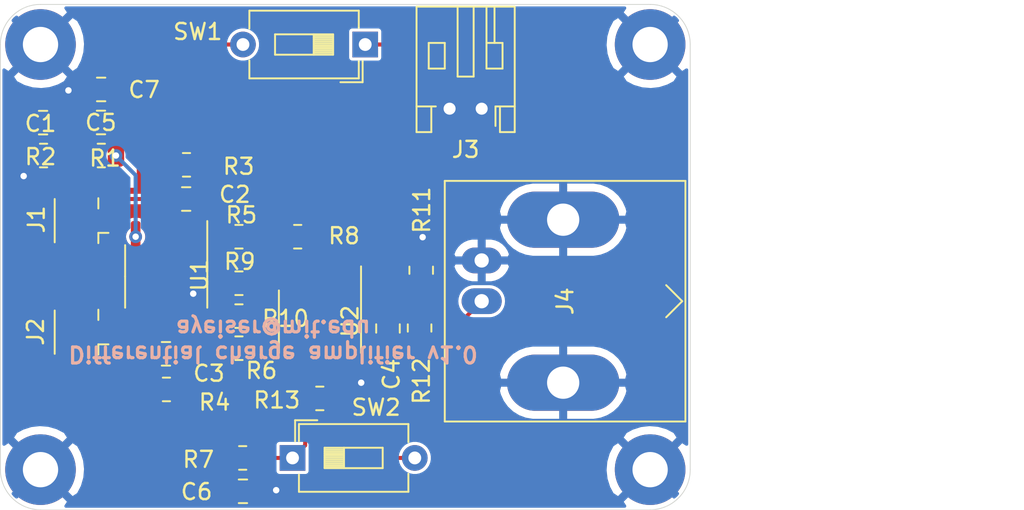
<source format=kicad_pcb>
(kicad_pcb (version 20171130) (host pcbnew 5.1.9+dfsg1-1)

  (general
    (thickness 1.6)
    (drawings 9)
    (tracks 105)
    (zones 0)
    (modules 32)
    (nets 17)
  )

  (page A4)
  (layers
    (0 F.Cu signal)
    (31 B.Cu signal)
    (32 B.Adhes user)
    (33 F.Adhes user)
    (34 B.Paste user)
    (35 F.Paste user)
    (36 B.SilkS user)
    (37 F.SilkS user)
    (38 B.Mask user)
    (39 F.Mask user)
    (40 Dwgs.User user)
    (41 Cmts.User user)
    (42 Eco1.User user)
    (43 Eco2.User user)
    (44 Edge.Cuts user)
    (45 Margin user)
    (46 B.CrtYd user)
    (47 F.CrtYd user)
    (48 B.Fab user)
    (49 F.Fab user hide)
  )

  (setup
    (last_trace_width 0.25)
    (trace_clearance 0.2)
    (zone_clearance 0.1)
    (zone_45_only no)
    (trace_min 0.2)
    (via_size 0.8)
    (via_drill 0.4)
    (via_min_size 0.4)
    (via_min_drill 0.3)
    (uvia_size 0.3)
    (uvia_drill 0.1)
    (uvias_allowed no)
    (uvia_min_size 0.2)
    (uvia_min_drill 0.1)
    (edge_width 0.05)
    (segment_width 0.2)
    (pcb_text_width 0.3)
    (pcb_text_size 1.5 1.5)
    (mod_edge_width 0.12)
    (mod_text_size 1 1)
    (mod_text_width 0.15)
    (pad_size 6.4 6.4)
    (pad_drill 3.2)
    (pad_to_mask_clearance 0)
    (aux_axis_origin 0 0)
    (visible_elements FFFFFF7F)
    (pcbplotparams
      (layerselection 0x010fc_ffffffff)
      (usegerberextensions false)
      (usegerberattributes true)
      (usegerberadvancedattributes true)
      (creategerberjobfile true)
      (excludeedgelayer true)
      (linewidth 0.100000)
      (plotframeref false)
      (viasonmask false)
      (mode 1)
      (useauxorigin false)
      (hpglpennumber 1)
      (hpglpenspeed 20)
      (hpglpendiameter 15.000000)
      (psnegative false)
      (psa4output false)
      (plotreference true)
      (plotvalue true)
      (plotinvisibletext false)
      (padsonsilk false)
      (subtractmaskfromsilk false)
      (outputformat 1)
      (mirror false)
      (drillshape 1)
      (scaleselection 1)
      (outputdirectory ""))
  )

  (net 0 "")
  (net 1 GND)
  (net 2 /VREF)
  (net 3 /VDD)
  (net 4 /IN+)
  (net 5 /OUT+)
  (net 6 /IN-)
  (net 7 /OUT-)
  (net 8 /OUT_SS)
  (net 9 /OUT_HPF)
  (net 10 /VBAT)
  (net 11 "Net-(C4-Pad1)")
  (net 12 "Net-(C6-Pad1)")
  (net 13 "Net-(R5-Pad1)")
  (net 14 "Net-(R10-Pad2)")
  (net 15 "Net-(R13-Pad2)")
  (net 16 "Net-(R8-Pad1)")

  (net_class Default "This is the default net class."
    (clearance 0.2)
    (trace_width 0.25)
    (via_dia 0.8)
    (via_drill 0.4)
    (uvia_dia 0.3)
    (uvia_drill 0.1)
    (add_net /IN+)
    (add_net /IN-)
    (add_net /OUT+)
    (add_net /OUT-)
    (add_net /OUT_HPF)
    (add_net /OUT_SS)
    (add_net /VBAT)
    (add_net /VDD)
    (add_net /VREF)
    (add_net GND)
    (add_net "Net-(C4-Pad1)")
    (add_net "Net-(C6-Pad1)")
    (add_net "Net-(R10-Pad2)")
    (add_net "Net-(R13-Pad2)")
    (add_net "Net-(R5-Pad1)")
    (add_net "Net-(R8-Pad1)")
  )

  (module Connector_JST:JST_PH_S2B-PH-K_1x02_P2.00mm_Horizontal (layer F.Cu) (tedit 5B7745C6) (tstamp 61121ADA)
    (at 42 19.5 180)
    (descr "JST PH series connector, S2B-PH-K (http://www.jst-mfg.com/product/pdf/eng/ePH.pdf), generated with kicad-footprint-generator")
    (tags "connector JST PH top entry")
    (path /60FB5A51)
    (fp_text reference J3 (at 1 -2.55) (layer F.SilkS)
      (effects (font (size 1 1) (thickness 0.15)))
    )
    (fp_text value Conn_01x02 (at 1 7.45) (layer F.Fab)
      (effects (font (size 1 1) (thickness 0.15)))
    )
    (fp_text user %R (at 1 2.5) (layer F.Fab)
      (effects (font (size 1 1) (thickness 0.15)))
    )
    (fp_line (start -0.86 0.14) (end -1.14 0.14) (layer F.SilkS) (width 0.12))
    (fp_line (start -1.14 0.14) (end -1.14 -1.46) (layer F.SilkS) (width 0.12))
    (fp_line (start -1.14 -1.46) (end -2.06 -1.46) (layer F.SilkS) (width 0.12))
    (fp_line (start -2.06 -1.46) (end -2.06 6.36) (layer F.SilkS) (width 0.12))
    (fp_line (start -2.06 6.36) (end 4.06 6.36) (layer F.SilkS) (width 0.12))
    (fp_line (start 4.06 6.36) (end 4.06 -1.46) (layer F.SilkS) (width 0.12))
    (fp_line (start 4.06 -1.46) (end 3.14 -1.46) (layer F.SilkS) (width 0.12))
    (fp_line (start 3.14 -1.46) (end 3.14 0.14) (layer F.SilkS) (width 0.12))
    (fp_line (start 3.14 0.14) (end 2.86 0.14) (layer F.SilkS) (width 0.12))
    (fp_line (start 0.5 6.36) (end 0.5 2) (layer F.SilkS) (width 0.12))
    (fp_line (start 0.5 2) (end 1.5 2) (layer F.SilkS) (width 0.12))
    (fp_line (start 1.5 2) (end 1.5 6.36) (layer F.SilkS) (width 0.12))
    (fp_line (start -2.06 0.14) (end -1.14 0.14) (layer F.SilkS) (width 0.12))
    (fp_line (start 4.06 0.14) (end 3.14 0.14) (layer F.SilkS) (width 0.12))
    (fp_line (start -1.3 2.5) (end -1.3 4.1) (layer F.SilkS) (width 0.12))
    (fp_line (start -1.3 4.1) (end -0.3 4.1) (layer F.SilkS) (width 0.12))
    (fp_line (start -0.3 4.1) (end -0.3 2.5) (layer F.SilkS) (width 0.12))
    (fp_line (start -0.3 2.5) (end -1.3 2.5) (layer F.SilkS) (width 0.12))
    (fp_line (start 3.3 2.5) (end 3.3 4.1) (layer F.SilkS) (width 0.12))
    (fp_line (start 3.3 4.1) (end 2.3 4.1) (layer F.SilkS) (width 0.12))
    (fp_line (start 2.3 4.1) (end 2.3 2.5) (layer F.SilkS) (width 0.12))
    (fp_line (start 2.3 2.5) (end 3.3 2.5) (layer F.SilkS) (width 0.12))
    (fp_line (start -0.3 4.1) (end -0.3 6.36) (layer F.SilkS) (width 0.12))
    (fp_line (start -0.8 4.1) (end -0.8 6.36) (layer F.SilkS) (width 0.12))
    (fp_line (start -2.45 -1.85) (end -2.45 6.75) (layer F.CrtYd) (width 0.05))
    (fp_line (start -2.45 6.75) (end 4.45 6.75) (layer F.CrtYd) (width 0.05))
    (fp_line (start 4.45 6.75) (end 4.45 -1.85) (layer F.CrtYd) (width 0.05))
    (fp_line (start 4.45 -1.85) (end -2.45 -1.85) (layer F.CrtYd) (width 0.05))
    (fp_line (start -1.25 0.25) (end -1.25 -1.35) (layer F.Fab) (width 0.1))
    (fp_line (start -1.25 -1.35) (end -1.95 -1.35) (layer F.Fab) (width 0.1))
    (fp_line (start -1.95 -1.35) (end -1.95 6.25) (layer F.Fab) (width 0.1))
    (fp_line (start -1.95 6.25) (end 3.95 6.25) (layer F.Fab) (width 0.1))
    (fp_line (start 3.95 6.25) (end 3.95 -1.35) (layer F.Fab) (width 0.1))
    (fp_line (start 3.95 -1.35) (end 3.25 -1.35) (layer F.Fab) (width 0.1))
    (fp_line (start 3.25 -1.35) (end 3.25 0.25) (layer F.Fab) (width 0.1))
    (fp_line (start 3.25 0.25) (end -1.25 0.25) (layer F.Fab) (width 0.1))
    (fp_line (start -0.86 0.14) (end -0.86 -1.075) (layer F.SilkS) (width 0.12))
    (fp_line (start 0 0.875) (end -0.5 1.375) (layer F.Fab) (width 0.1))
    (fp_line (start -0.5 1.375) (end 0.5 1.375) (layer F.Fab) (width 0.1))
    (fp_line (start 0.5 1.375) (end 0 0.875) (layer F.Fab) (width 0.1))
    (pad 2 thru_hole oval (at 2 0 180) (size 1.2 1.75) (drill 0.75) (layers *.Cu *.Mask)
      (net 10 /VBAT))
    (pad 1 thru_hole roundrect (at 0 0 180) (size 1.2 1.75) (drill 0.75) (layers *.Cu *.Mask) (roundrect_rratio 0.208333)
      (net 1 GND))
    (model ${KISYS3DMOD}/Connector_JST.3dshapes/JST_PH_S2B-PH-K_1x02_P2.00mm_Horizontal.wrl
      (at (xyz 0 0 0))
      (scale (xyz 1 1 1))
      (rotate (xyz 0 0 0))
    )
  )

  (module Resistor_SMD:R_0805_2012Metric_Pad1.20x1.40mm_HandSolder (layer F.Cu) (tedit 5F68FEEE) (tstamp 61098A26)
    (at 22.35 37 180)
    (descr "Resistor SMD 0805 (2012 Metric), square (rectangular) end terminal, IPC_7351 nominal with elongated pad for handsoldering. (Body size source: IPC-SM-782 page 72, https://www.pcb-3d.com/wordpress/wp-content/uploads/ipc-sm-782a_amendment_1_and_2.pdf), generated with kicad-footprint-generator")
    (tags "resistor handsolder")
    (path /60DD9514)
    (attr smd)
    (fp_text reference R4 (at -3 -0.8) (layer F.SilkS)
      (effects (font (size 1 1) (thickness 0.15)))
    )
    (fp_text value 10G (at 0 1.65) (layer F.Fab)
      (effects (font (size 1 1) (thickness 0.15)))
    )
    (fp_text user %R (at 0 0) (layer F.Fab)
      (effects (font (size 0.5 0.5) (thickness 0.08)))
    )
    (fp_line (start -1 0.625) (end -1 -0.625) (layer F.Fab) (width 0.1))
    (fp_line (start -1 -0.625) (end 1 -0.625) (layer F.Fab) (width 0.1))
    (fp_line (start 1 -0.625) (end 1 0.625) (layer F.Fab) (width 0.1))
    (fp_line (start 1 0.625) (end -1 0.625) (layer F.Fab) (width 0.1))
    (fp_line (start -0.227064 -0.735) (end 0.227064 -0.735) (layer F.SilkS) (width 0.12))
    (fp_line (start -0.227064 0.735) (end 0.227064 0.735) (layer F.SilkS) (width 0.12))
    (fp_line (start -1.85 0.95) (end -1.85 -0.95) (layer F.CrtYd) (width 0.05))
    (fp_line (start -1.85 -0.95) (end 1.85 -0.95) (layer F.CrtYd) (width 0.05))
    (fp_line (start 1.85 -0.95) (end 1.85 0.95) (layer F.CrtYd) (width 0.05))
    (fp_line (start 1.85 0.95) (end -1.85 0.95) (layer F.CrtYd) (width 0.05))
    (pad 2 smd roundrect (at 1 0 180) (size 1.2 1.4) (layers F.Cu F.Paste F.Mask) (roundrect_rratio 0.208333)
      (net 6 /IN-))
    (pad 1 smd roundrect (at -1 0 180) (size 1.2 1.4) (layers F.Cu F.Paste F.Mask) (roundrect_rratio 0.208333)
      (net 7 /OUT-))
    (model ${KISYS3DMOD}/Resistor_SMD.3dshapes/R_0805_2012Metric.wrl
      (at (xyz 0 0 0))
      (scale (xyz 1 1 1))
      (rotate (xyz 0 0 0))
    )
  )

  (module Resistor_SMD:R_0805_2012Metric_Pad1.20x1.40mm_HandSolder (layer F.Cu) (tedit 5F68FEEE) (tstamp 6112102F)
    (at 23.6 23 180)
    (descr "Resistor SMD 0805 (2012 Metric), square (rectangular) end terminal, IPC_7351 nominal with elongated pad for handsoldering. (Body size source: IPC-SM-782 page 72, https://www.pcb-3d.com/wordpress/wp-content/uploads/ipc-sm-782a_amendment_1_and_2.pdf), generated with kicad-footprint-generator")
    (tags "resistor handsolder")
    (path /60DD8054)
    (attr smd)
    (fp_text reference R3 (at -3.25 -0.1) (layer F.SilkS)
      (effects (font (size 1 1) (thickness 0.15)))
    )
    (fp_text value 10G (at 0 1.65) (layer F.Fab)
      (effects (font (size 1 1) (thickness 0.15)))
    )
    (fp_text user %R (at 0 0) (layer F.Fab)
      (effects (font (size 0.5 0.5) (thickness 0.08)))
    )
    (fp_line (start -1 0.625) (end -1 -0.625) (layer F.Fab) (width 0.1))
    (fp_line (start -1 -0.625) (end 1 -0.625) (layer F.Fab) (width 0.1))
    (fp_line (start 1 -0.625) (end 1 0.625) (layer F.Fab) (width 0.1))
    (fp_line (start 1 0.625) (end -1 0.625) (layer F.Fab) (width 0.1))
    (fp_line (start -0.227064 -0.735) (end 0.227064 -0.735) (layer F.SilkS) (width 0.12))
    (fp_line (start -0.227064 0.735) (end 0.227064 0.735) (layer F.SilkS) (width 0.12))
    (fp_line (start -1.85 0.95) (end -1.85 -0.95) (layer F.CrtYd) (width 0.05))
    (fp_line (start -1.85 -0.95) (end 1.85 -0.95) (layer F.CrtYd) (width 0.05))
    (fp_line (start 1.85 -0.95) (end 1.85 0.95) (layer F.CrtYd) (width 0.05))
    (fp_line (start 1.85 0.95) (end -1.85 0.95) (layer F.CrtYd) (width 0.05))
    (pad 2 smd roundrect (at 1 0 180) (size 1.2 1.4) (layers F.Cu F.Paste F.Mask) (roundrect_rratio 0.208333)
      (net 4 /IN+))
    (pad 1 smd roundrect (at -1 0 180) (size 1.2 1.4) (layers F.Cu F.Paste F.Mask) (roundrect_rratio 0.208333)
      (net 5 /OUT+))
    (model ${KISYS3DMOD}/Resistor_SMD.3dshapes/R_0805_2012Metric.wrl
      (at (xyz 0 0 0))
      (scale (xyz 1 1 1))
      (rotate (xyz 0 0 0))
    )
  )

  (module Connector_Coaxial:BNC_Amphenol_B6252HB-NPP3G-50_Horizontal (layer F.Cu) (tedit 5C13907B) (tstamp 60DBDAB9)
    (at 42 31.5 270)
    (descr http://www.farnell.com/datasheets/612848.pdf)
    (tags "BNC Amphenol Horizontal")
    (path /60E053F9)
    (fp_text reference J4 (at 0 -5.2 90) (layer F.SilkS)
      (effects (font (size 1 1) (thickness 0.15)))
    )
    (fp_text value BNC (at 0 6 270) (layer F.Fab)
      (effects (font (size 1 1) (thickness 0.15)))
    )
    (fp_line (start 0 -12.5) (end 1 -11.5) (layer F.SilkS) (width 0.12))
    (fp_line (start 0 -12.5) (end -1 -11.5) (layer F.SilkS) (width 0.12))
    (fp_line (start 7.85 2.7) (end 7.85 -33.8) (layer F.CrtYd) (width 0.05))
    (fp_line (start 7.85 -33.8) (end -7.85 -33.8) (layer F.CrtYd) (width 0.05))
    (fp_line (start -7.85 2.7) (end -7.85 -33.8) (layer F.CrtYd) (width 0.05))
    (fp_line (start -7.85 2.7) (end 7.85 2.7) (layer F.CrtYd) (width 0.05))
    (fp_line (start -7.5 2.3) (end -7.5 -12.7) (layer F.SilkS) (width 0.12))
    (fp_line (start 7.5 2.3) (end -7.5 2.3) (layer F.SilkS) (width 0.12))
    (fp_line (start 7.5 -12.7) (end 7.5 2.3) (layer F.SilkS) (width 0.12))
    (fp_line (start -7.5 -12.7) (end 7.5 -12.7) (layer F.SilkS) (width 0.12))
    (fp_line (start -5 -14) (end 5 -15) (layer F.Fab) (width 0.1))
    (fp_line (start -7.35 -12.7) (end -7.35 2.2) (layer F.Fab) (width 0.1))
    (fp_line (start 7.35 -12.7) (end -7.35 -12.7) (layer F.Fab) (width 0.1))
    (fp_line (start 7.35 2.2) (end 7.35 -12.7) (layer F.Fab) (width 0.1))
    (fp_line (start -7.35 2.2) (end 7.35 2.2) (layer F.Fab) (width 0.1))
    (fp_line (start -6.35 -21.4) (end -6.35 -12.7) (layer F.Fab) (width 0.1))
    (fp_line (start 6.35 -21.4) (end -6.35 -21.4) (layer F.Fab) (width 0.1))
    (fp_line (start 6.35 -12.7) (end 6.35 -21.4) (layer F.Fab) (width 0.1))
    (fp_line (start -4.8 -33.3) (end -4.8 -21.4) (layer F.Fab) (width 0.1))
    (fp_line (start 4.8 -33.3) (end -4.8 -33.3) (layer F.Fab) (width 0.1))
    (fp_line (start 4.8 -21.4) (end 4.8 -33.3) (layer F.Fab) (width 0.1))
    (fp_circle (center 0 -28.07) (end 1 -28.07) (layer F.Fab) (width 0.1))
    (fp_line (start -5 -15) (end 5 -16) (layer F.Fab) (width 0.1))
    (fp_line (start -5 -16) (end 5 -17) (layer F.Fab) (width 0.1))
    (fp_line (start -5 -17) (end 5 -18) (layer F.Fab) (width 0.1))
    (fp_line (start -5 -18) (end 5 -19) (layer F.Fab) (width 0.1))
    (fp_line (start -5 -19) (end 5 -20) (layer F.Fab) (width 0.1))
    (fp_line (start -5 -20) (end 5 -21) (layer F.Fab) (width 0.1))
    (fp_text user %R (at 0 0 90) (layer F.Fab)
      (effects (font (size 1 1) (thickness 0.15)))
    )
    (pad 2 thru_hole oval (at -2.54 0 270) (size 1.6 2.5) (drill 0.89) (layers *.Cu *.Mask)
      (net 1 GND))
    (pad 1 thru_hole oval (at 0 0 270) (size 1.6 2.5) (drill 0.89) (layers *.Cu *.Mask)
      (net 9 /OUT_HPF))
    (pad 2 thru_hole oval (at 5.08 -5.08 270) (size 3.5 7) (drill 2.01) (layers *.Cu *.Mask)
      (net 1 GND))
    (pad 2 thru_hole oval (at -5.08 -5.08 270) (size 3.5 7) (drill 2.01) (layers *.Cu *.Mask)
      (net 1 GND))
    (model ${KISYS3DMOD}/Connector_Coaxial.3dshapes/BNC_Amphenol_B6252HB-NPP3G-50_Horizontal.wrl
      (at (xyz 0 0 0))
      (scale (xyz 1 1 1))
      (rotate (xyz 0 0 0))
    )
  )

  (module MountingHole:MountingHole_2.2mm_M2_Pad (layer F.Cu) (tedit 56D1B4CB) (tstamp 61122409)
    (at 52.5 42)
    (descr "Mounting Hole 2.2mm, M2")
    (tags "mounting hole 2.2mm m2")
    (path /61372FFB)
    (attr virtual)
    (fp_text reference H4 (at 0 -3.2) (layer F.SilkS) hide
      (effects (font (size 1 1) (thickness 0.15)))
    )
    (fp_text value MountingHole_Pad (at 0 3.2) (layer F.Fab)
      (effects (font (size 1 1) (thickness 0.15)))
    )
    (fp_text user %R (at 0.3 0) (layer F.Fab)
      (effects (font (size 1 1) (thickness 0.15)))
    )
    (fp_circle (center 0 0) (end 2.2 0) (layer Cmts.User) (width 0.15))
    (fp_circle (center 0 0) (end 2.45 0) (layer F.CrtYd) (width 0.05))
    (pad 1 thru_hole circle (at 0 0) (size 4.4 4.4) (drill 2.2) (layers *.Cu *.Mask)
      (net 1 GND))
  )

  (module MountingHole:MountingHole_2.2mm_M2_Pad (layer F.Cu) (tedit 56D1B4CB) (tstamp 61122401)
    (at 14.5 15.5)
    (descr "Mounting Hole 2.2mm, M2")
    (tags "mounting hole 2.2mm m2")
    (path /61372FEF)
    (attr virtual)
    (fp_text reference H3 (at 0 -3.2) (layer F.SilkS) hide
      (effects (font (size 1 1) (thickness 0.15)))
    )
    (fp_text value MountingHole_Pad (at 0 3.2) (layer F.Fab)
      (effects (font (size 1 1) (thickness 0.15)))
    )
    (fp_text user %R (at 0.3 0) (layer F.Fab)
      (effects (font (size 1 1) (thickness 0.15)))
    )
    (fp_circle (center 0 0) (end 2.2 0) (layer Cmts.User) (width 0.15))
    (fp_circle (center 0 0) (end 2.45 0) (layer F.CrtYd) (width 0.05))
    (pad 1 thru_hole circle (at 0 0) (size 4.4 4.4) (drill 2.2) (layers *.Cu *.Mask)
      (net 1 GND))
  )

  (module MountingHole:MountingHole_2.2mm_M2_Pad (layer F.Cu) (tedit 56D1B4CB) (tstamp 611223F9)
    (at 52.5 15.5)
    (descr "Mounting Hole 2.2mm, M2")
    (tags "mounting hole 2.2mm m2")
    (path /6136D345)
    (attr virtual)
    (fp_text reference H2 (at 0 -3.2) (layer F.SilkS) hide
      (effects (font (size 1 1) (thickness 0.15)))
    )
    (fp_text value MountingHole_Pad (at 0 3.2) (layer F.Fab)
      (effects (font (size 1 1) (thickness 0.15)))
    )
    (fp_text user %R (at 0.3 0) (layer F.Fab)
      (effects (font (size 1 1) (thickness 0.15)))
    )
    (fp_circle (center 0 0) (end 2.2 0) (layer Cmts.User) (width 0.15))
    (fp_circle (center 0 0) (end 2.45 0) (layer F.CrtYd) (width 0.05))
    (pad 1 thru_hole circle (at 0 0) (size 4.4 4.4) (drill 2.2) (layers *.Cu *.Mask)
      (net 1 GND))
  )

  (module MountingHole:MountingHole_2.2mm_M2_Pad (layer F.Cu) (tedit 56D1B4CB) (tstamp 611223F1)
    (at 14.5 42)
    (descr "Mounting Hole 2.2mm, M2")
    (tags "mounting hole 2.2mm m2")
    (path /6136012A)
    (attr virtual)
    (fp_text reference H1 (at 0 -3.2) (layer F.SilkS) hide
      (effects (font (size 1 1) (thickness 0.15)))
    )
    (fp_text value MountingHole_Pad (at 0 3.2) (layer F.Fab)
      (effects (font (size 1 1) (thickness 0.15)))
    )
    (fp_text user %R (at 0.3 0) (layer F.Fab)
      (effects (font (size 1 1) (thickness 0.15)))
    )
    (fp_circle (center 0 0) (end 2.2 0) (layer Cmts.User) (width 0.15))
    (fp_circle (center 0 0) (end 2.45 0) (layer F.CrtYd) (width 0.05))
    (pad 1 thru_hole circle (at 0 0) (size 4.4 4.4) (drill 2.2) (layers *.Cu *.Mask)
      (net 1 GND))
  )

  (module Button_Switch_THT:SW_DIP_SPSTx01_Slide_6.7x4.1mm_W7.62mm_P2.54mm_LowProfile (layer F.Cu) (tedit 5A4E1404) (tstamp 61121B52)
    (at 34.74 15.5 180)
    (descr "1x-dip-switch SPST , Slide, row spacing 7.62 mm (300 mils), body size 6.7x4.1mm (see e.g. https://www.ctscorp.com/wp-content/uploads/209-210.pdf), LowProfile")
    (tags "DIP Switch SPST Slide 7.62mm 300mil LowProfile")
    (path /60FAE8ED)
    (fp_text reference SW1 (at 10.44 0.8) (layer F.SilkS)
      (effects (font (size 1 1) (thickness 0.15)))
    )
    (fp_text value SW_SPST (at 3.81 3.11) (layer F.Fab)
      (effects (font (size 1 1) (thickness 0.15)))
    )
    (fp_line (start 8.7 -2.4) (end -1.1 -2.4) (layer F.CrtYd) (width 0.05))
    (fp_line (start 8.7 2.4) (end 8.7 -2.4) (layer F.CrtYd) (width 0.05))
    (fp_line (start -1.1 2.4) (end 8.7 2.4) (layer F.CrtYd) (width 0.05))
    (fp_line (start -1.1 -2.4) (end -1.1 2.4) (layer F.CrtYd) (width 0.05))
    (fp_line (start 3.206667 -0.635) (end 3.206667 0.635) (layer F.SilkS) (width 0.12))
    (fp_line (start 2 0.565) (end 3.206667 0.565) (layer F.SilkS) (width 0.12))
    (fp_line (start 2 0.445) (end 3.206667 0.445) (layer F.SilkS) (width 0.12))
    (fp_line (start 2 0.325) (end 3.206667 0.325) (layer F.SilkS) (width 0.12))
    (fp_line (start 2 0.205) (end 3.206667 0.205) (layer F.SilkS) (width 0.12))
    (fp_line (start 2 0.085) (end 3.206667 0.085) (layer F.SilkS) (width 0.12))
    (fp_line (start 2 -0.035) (end 3.206667 -0.035) (layer F.SilkS) (width 0.12))
    (fp_line (start 2 -0.155) (end 3.206667 -0.155) (layer F.SilkS) (width 0.12))
    (fp_line (start 2 -0.275) (end 3.206667 -0.275) (layer F.SilkS) (width 0.12))
    (fp_line (start 2 -0.395) (end 3.206667 -0.395) (layer F.SilkS) (width 0.12))
    (fp_line (start 2 -0.515) (end 3.206667 -0.515) (layer F.SilkS) (width 0.12))
    (fp_line (start 5.62 -0.635) (end 2 -0.635) (layer F.SilkS) (width 0.12))
    (fp_line (start 5.62 0.635) (end 5.62 -0.635) (layer F.SilkS) (width 0.12))
    (fp_line (start 2 0.635) (end 5.62 0.635) (layer F.SilkS) (width 0.12))
    (fp_line (start 2 -0.635) (end 2 0.635) (layer F.SilkS) (width 0.12))
    (fp_line (start 0.16 -2.35) (end 0.16 -1.04) (layer F.SilkS) (width 0.12))
    (fp_line (start 0.16 -2.35) (end 1.543 -2.35) (layer F.SilkS) (width 0.12))
    (fp_line (start 7.221 0.99) (end 7.221 2.11) (layer F.SilkS) (width 0.12))
    (fp_line (start 7.221 -2.11) (end 7.221 -0.99) (layer F.SilkS) (width 0.12))
    (fp_line (start 0.4 1.04) (end 0.4 2.11) (layer F.SilkS) (width 0.12))
    (fp_line (start 0.4 -2.11) (end 0.4 -1.04) (layer F.SilkS) (width 0.12))
    (fp_line (start 0.4 2.11) (end 7.221 2.11) (layer F.SilkS) (width 0.12))
    (fp_line (start 0.4 -2.11) (end 7.221 -2.11) (layer F.SilkS) (width 0.12))
    (fp_line (start 3.206667 -0.635) (end 3.206667 0.635) (layer F.Fab) (width 0.1))
    (fp_line (start 2 0.565) (end 3.206667 0.565) (layer F.Fab) (width 0.1))
    (fp_line (start 2 0.465) (end 3.206667 0.465) (layer F.Fab) (width 0.1))
    (fp_line (start 2 0.365) (end 3.206667 0.365) (layer F.Fab) (width 0.1))
    (fp_line (start 2 0.265) (end 3.206667 0.265) (layer F.Fab) (width 0.1))
    (fp_line (start 2 0.165) (end 3.206667 0.165) (layer F.Fab) (width 0.1))
    (fp_line (start 2 0.065) (end 3.206667 0.065) (layer F.Fab) (width 0.1))
    (fp_line (start 2 -0.035) (end 3.206667 -0.035) (layer F.Fab) (width 0.1))
    (fp_line (start 2 -0.135) (end 3.206667 -0.135) (layer F.Fab) (width 0.1))
    (fp_line (start 2 -0.235) (end 3.206667 -0.235) (layer F.Fab) (width 0.1))
    (fp_line (start 2 -0.335) (end 3.206667 -0.335) (layer F.Fab) (width 0.1))
    (fp_line (start 2 -0.435) (end 3.206667 -0.435) (layer F.Fab) (width 0.1))
    (fp_line (start 2 -0.535) (end 3.206667 -0.535) (layer F.Fab) (width 0.1))
    (fp_line (start 5.62 -0.635) (end 2 -0.635) (layer F.Fab) (width 0.1))
    (fp_line (start 5.62 0.635) (end 5.62 -0.635) (layer F.Fab) (width 0.1))
    (fp_line (start 2 0.635) (end 5.62 0.635) (layer F.Fab) (width 0.1))
    (fp_line (start 2 -0.635) (end 2 0.635) (layer F.Fab) (width 0.1))
    (fp_line (start 0.46 -1.05) (end 1.46 -2.05) (layer F.Fab) (width 0.1))
    (fp_line (start 0.46 2.05) (end 0.46 -1.05) (layer F.Fab) (width 0.1))
    (fp_line (start 7.16 2.05) (end 0.46 2.05) (layer F.Fab) (width 0.1))
    (fp_line (start 7.16 -2.05) (end 7.16 2.05) (layer F.Fab) (width 0.1))
    (fp_line (start 1.46 -2.05) (end 7.16 -2.05) (layer F.Fab) (width 0.1))
    (fp_text user on (at 4.485 -1.3425) (layer F.Fab)
      (effects (font (size 0.6 0.6) (thickness 0.09)))
    )
    (fp_text user %R (at 6.39 0 90) (layer F.Fab)
      (effects (font (size 0.6 0.6) (thickness 0.09)))
    )
    (pad 2 thru_hole oval (at 7.62 0 180) (size 1.6 1.6) (drill 0.8) (layers *.Cu *.Mask)
      (net 3 /VDD))
    (pad 1 thru_hole rect (at 0 0 180) (size 1.6 1.6) (drill 0.8) (layers *.Cu *.Mask)
      (net 10 /VBAT))
    (model ${KISYS3DMOD}/Button_Switch_THT.3dshapes/SW_DIP_SPSTx01_Slide_6.7x4.1mm_W7.62mm_P2.54mm_LowProfile.wrl
      (at (xyz 0 0 0))
      (scale (xyz 1 1 1))
      (rotate (xyz 0 0 90))
    )
  )

  (module Capacitor_SMD:C_0805_2012Metric (layer F.Cu) (tedit 5F68FEEE) (tstamp 6111E2E8)
    (at 18.27 20.36 180)
    (descr "Capacitor SMD 0805 (2012 Metric), square (rectangular) end terminal, IPC_7351 nominal, (Body size source: IPC-SM-782 page 76, https://www.pcb-3d.com/wordpress/wp-content/uploads/ipc-sm-782a_amendment_1_and_2.pdf, https://docs.google.com/spreadsheets/d/1BsfQQcO9C6DZCsRaXUlFlo91Tg2WpOkGARC1WS5S8t0/edit?usp=sharing), generated with kicad-footprint-generator")
    (tags capacitor)
    (path /60E4B3D1)
    (attr smd)
    (fp_text reference C5 (at 0.01 -0.01) (layer F.SilkS)
      (effects (font (size 1 1) (thickness 0.15)))
    )
    (fp_text value 100n (at 0 1.68) (layer F.Fab)
      (effects (font (size 1 1) (thickness 0.15)))
    )
    (fp_line (start 1.7 0.98) (end -1.7 0.98) (layer F.CrtYd) (width 0.05))
    (fp_line (start 1.7 -0.98) (end 1.7 0.98) (layer F.CrtYd) (width 0.05))
    (fp_line (start -1.7 -0.98) (end 1.7 -0.98) (layer F.CrtYd) (width 0.05))
    (fp_line (start -1.7 0.98) (end -1.7 -0.98) (layer F.CrtYd) (width 0.05))
    (fp_line (start -0.261252 0.735) (end 0.261252 0.735) (layer F.SilkS) (width 0.12))
    (fp_line (start -0.261252 -0.735) (end 0.261252 -0.735) (layer F.SilkS) (width 0.12))
    (fp_line (start 1 0.625) (end -1 0.625) (layer F.Fab) (width 0.1))
    (fp_line (start 1 -0.625) (end 1 0.625) (layer F.Fab) (width 0.1))
    (fp_line (start -1 -0.625) (end 1 -0.625) (layer F.Fab) (width 0.1))
    (fp_line (start -1 0.625) (end -1 -0.625) (layer F.Fab) (width 0.1))
    (fp_text user %R (at 0 0) (layer F.Fab)
      (effects (font (size 0.5 0.5) (thickness 0.08)))
    )
    (pad 2 smd roundrect (at 0.95 0 180) (size 1 1.45) (layers F.Cu F.Paste F.Mask) (roundrect_rratio 0.25)
      (net 1 GND))
    (pad 1 smd roundrect (at -0.95 0 180) (size 1 1.45) (layers F.Cu F.Paste F.Mask) (roundrect_rratio 0.25)
      (net 3 /VDD))
    (model ${KISYS3DMOD}/Capacitor_SMD.3dshapes/C_0805_2012Metric.wrl
      (at (xyz 0 0 0))
      (scale (xyz 1 1 1))
      (rotate (xyz 0 0 0))
    )
  )

  (module Resistor_SMD:R_0805_2012Metric (layer F.Cu) (tedit 5F68FEEE) (tstamp 60DBDB41)
    (at 14.69 22.42)
    (descr "Resistor SMD 0805 (2012 Metric), square (rectangular) end terminal, IPC_7351 nominal, (Body size source: IPC-SM-782 page 72, https://www.pcb-3d.com/wordpress/wp-content/uploads/ipc-sm-782a_amendment_1_and_2.pdf), generated with kicad-footprint-generator")
    (tags resistor)
    (path /60DC6466)
    (attr smd)
    (fp_text reference R2 (at -0.19 0.08) (layer F.SilkS)
      (effects (font (size 1 1) (thickness 0.15)))
    )
    (fp_text value 100k (at 0 1.65) (layer F.Fab)
      (effects (font (size 1 1) (thickness 0.15)))
    )
    (fp_line (start 1.68 0.95) (end -1.68 0.95) (layer F.CrtYd) (width 0.05))
    (fp_line (start 1.68 -0.95) (end 1.68 0.95) (layer F.CrtYd) (width 0.05))
    (fp_line (start -1.68 -0.95) (end 1.68 -0.95) (layer F.CrtYd) (width 0.05))
    (fp_line (start -1.68 0.95) (end -1.68 -0.95) (layer F.CrtYd) (width 0.05))
    (fp_line (start -0.227064 0.735) (end 0.227064 0.735) (layer F.SilkS) (width 0.12))
    (fp_line (start -0.227064 -0.735) (end 0.227064 -0.735) (layer F.SilkS) (width 0.12))
    (fp_line (start 1 0.625) (end -1 0.625) (layer F.Fab) (width 0.1))
    (fp_line (start 1 -0.625) (end 1 0.625) (layer F.Fab) (width 0.1))
    (fp_line (start -1 -0.625) (end 1 -0.625) (layer F.Fab) (width 0.1))
    (fp_line (start -1 0.625) (end -1 -0.625) (layer F.Fab) (width 0.1))
    (fp_text user %R (at 0 0) (layer F.Fab)
      (effects (font (size 0.5 0.5) (thickness 0.08)))
    )
    (pad 2 smd roundrect (at 0.9125 0) (size 1.025 1.4) (layers F.Cu F.Paste F.Mask) (roundrect_rratio 0.243902)
      (net 2 /VREF))
    (pad 1 smd roundrect (at -0.9125 0) (size 1.025 1.4) (layers F.Cu F.Paste F.Mask) (roundrect_rratio 0.243902)
      (net 1 GND))
    (model ${KISYS3DMOD}/Resistor_SMD.3dshapes/R_0805_2012Metric.wrl
      (at (xyz 0 0 0))
      (scale (xyz 1 1 1))
      (rotate (xyz 0 0 0))
    )
  )

  (module Capacitor_SMD:C_0805_2012Metric (layer F.Cu) (tedit 5F68FEEE) (tstamp 60DBDA29)
    (at 14.66 20.37 180)
    (descr "Capacitor SMD 0805 (2012 Metric), square (rectangular) end terminal, IPC_7351 nominal, (Body size source: IPC-SM-782 page 76, https://www.pcb-3d.com/wordpress/wp-content/uploads/ipc-sm-782a_amendment_1_and_2.pdf, https://docs.google.com/spreadsheets/d/1BsfQQcO9C6DZCsRaXUlFlo91Tg2WpOkGARC1WS5S8t0/edit?usp=sharing), generated with kicad-footprint-generator")
    (tags capacitor)
    (path /60DCF802)
    (attr smd)
    (fp_text reference C1 (at 0.16 -0.06) (layer F.SilkS)
      (effects (font (size 1 1) (thickness 0.15)))
    )
    (fp_text value 100n (at 0 1.68) (layer F.Fab)
      (effects (font (size 1 1) (thickness 0.15)))
    )
    (fp_line (start 1.7 0.98) (end -1.7 0.98) (layer F.CrtYd) (width 0.05))
    (fp_line (start 1.7 -0.98) (end 1.7 0.98) (layer F.CrtYd) (width 0.05))
    (fp_line (start -1.7 -0.98) (end 1.7 -0.98) (layer F.CrtYd) (width 0.05))
    (fp_line (start -1.7 0.98) (end -1.7 -0.98) (layer F.CrtYd) (width 0.05))
    (fp_line (start -0.261252 0.735) (end 0.261252 0.735) (layer F.SilkS) (width 0.12))
    (fp_line (start -0.261252 -0.735) (end 0.261252 -0.735) (layer F.SilkS) (width 0.12))
    (fp_line (start 1 0.625) (end -1 0.625) (layer F.Fab) (width 0.1))
    (fp_line (start 1 -0.625) (end 1 0.625) (layer F.Fab) (width 0.1))
    (fp_line (start -1 -0.625) (end 1 -0.625) (layer F.Fab) (width 0.1))
    (fp_line (start -1 0.625) (end -1 -0.625) (layer F.Fab) (width 0.1))
    (fp_text user %R (at 0 0) (layer F.Fab)
      (effects (font (size 0.5 0.5) (thickness 0.08)))
    )
    (pad 2 smd roundrect (at 0.95 0 180) (size 1 1.45) (layers F.Cu F.Paste F.Mask) (roundrect_rratio 0.25)
      (net 1 GND))
    (pad 1 smd roundrect (at -0.95 0 180) (size 1 1.45) (layers F.Cu F.Paste F.Mask) (roundrect_rratio 0.25)
      (net 2 /VREF))
    (model ${KISYS3DMOD}/Capacitor_SMD.3dshapes/C_0805_2012Metric.wrl
      (at (xyz 0 0 0))
      (scale (xyz 1 1 1))
      (rotate (xyz 0 0 0))
    )
  )

  (module Resistor_SMD:R_0805_2012Metric (layer F.Cu) (tedit 5F68FEEE) (tstamp 61120E85)
    (at 18.29 22.42)
    (descr "Resistor SMD 0805 (2012 Metric), square (rectangular) end terminal, IPC_7351 nominal, (Body size source: IPC-SM-782 page 72, https://www.pcb-3d.com/wordpress/wp-content/uploads/ipc-sm-782a_amendment_1_and_2.pdf), generated with kicad-footprint-generator")
    (tags resistor)
    (path /60DC1B93)
    (attr smd)
    (fp_text reference R1 (at 0.23 0.17) (layer F.SilkS)
      (effects (font (size 1 1) (thickness 0.15)))
    )
    (fp_text value 100k (at 0 1.65) (layer F.Fab)
      (effects (font (size 1 1) (thickness 0.15)))
    )
    (fp_line (start 1.68 0.95) (end -1.68 0.95) (layer F.CrtYd) (width 0.05))
    (fp_line (start 1.68 -0.95) (end 1.68 0.95) (layer F.CrtYd) (width 0.05))
    (fp_line (start -1.68 -0.95) (end 1.68 -0.95) (layer F.CrtYd) (width 0.05))
    (fp_line (start -1.68 0.95) (end -1.68 -0.95) (layer F.CrtYd) (width 0.05))
    (fp_line (start -0.227064 0.735) (end 0.227064 0.735) (layer F.SilkS) (width 0.12))
    (fp_line (start -0.227064 -0.735) (end 0.227064 -0.735) (layer F.SilkS) (width 0.12))
    (fp_line (start 1 0.625) (end -1 0.625) (layer F.Fab) (width 0.1))
    (fp_line (start 1 -0.625) (end 1 0.625) (layer F.Fab) (width 0.1))
    (fp_line (start -1 -0.625) (end 1 -0.625) (layer F.Fab) (width 0.1))
    (fp_line (start -1 0.625) (end -1 -0.625) (layer F.Fab) (width 0.1))
    (fp_text user %R (at 0 0) (layer F.Fab)
      (effects (font (size 0.5 0.5) (thickness 0.08)))
    )
    (pad 2 smd roundrect (at 0.9125 0) (size 1.025 1.4) (layers F.Cu F.Paste F.Mask) (roundrect_rratio 0.243902)
      (net 3 /VDD))
    (pad 1 smd roundrect (at -0.9125 0) (size 1.025 1.4) (layers F.Cu F.Paste F.Mask) (roundrect_rratio 0.243902)
      (net 2 /VREF))
    (model ${KISYS3DMOD}/Resistor_SMD.3dshapes/R_0805_2012Metric.wrl
      (at (xyz 0 0 0))
      (scale (xyz 1 1 1))
      (rotate (xyz 0 0 0))
    )
  )

  (module Capacitor_SMD:C_0805_2012Metric (layer F.Cu) (tedit 5F68FEEE) (tstamp 61117E55)
    (at 18.28 18.3 180)
    (descr "Capacitor SMD 0805 (2012 Metric), square (rectangular) end terminal, IPC_7351 nominal, (Body size source: IPC-SM-782 page 76, https://www.pcb-3d.com/wordpress/wp-content/uploads/ipc-sm-782a_amendment_1_and_2.pdf, https://docs.google.com/spreadsheets/d/1BsfQQcO9C6DZCsRaXUlFlo91Tg2WpOkGARC1WS5S8t0/edit?usp=sharing), generated with kicad-footprint-generator")
    (tags capacitor)
    (path /6121F71F)
    (attr smd)
    (fp_text reference C7 (at -2.68 -0.02) (layer F.SilkS)
      (effects (font (size 1 1) (thickness 0.15)))
    )
    (fp_text value 1u (at 0 1.68) (layer F.Fab)
      (effects (font (size 1 1) (thickness 0.15)))
    )
    (fp_text user %R (at 0 0) (layer F.Fab)
      (effects (font (size 0.5 0.5) (thickness 0.08)))
    )
    (fp_line (start -1 0.625) (end -1 -0.625) (layer F.Fab) (width 0.1))
    (fp_line (start -1 -0.625) (end 1 -0.625) (layer F.Fab) (width 0.1))
    (fp_line (start 1 -0.625) (end 1 0.625) (layer F.Fab) (width 0.1))
    (fp_line (start 1 0.625) (end -1 0.625) (layer F.Fab) (width 0.1))
    (fp_line (start -0.261252 -0.735) (end 0.261252 -0.735) (layer F.SilkS) (width 0.12))
    (fp_line (start -0.261252 0.735) (end 0.261252 0.735) (layer F.SilkS) (width 0.12))
    (fp_line (start -1.7 0.98) (end -1.7 -0.98) (layer F.CrtYd) (width 0.05))
    (fp_line (start -1.7 -0.98) (end 1.7 -0.98) (layer F.CrtYd) (width 0.05))
    (fp_line (start 1.7 -0.98) (end 1.7 0.98) (layer F.CrtYd) (width 0.05))
    (fp_line (start 1.7 0.98) (end -1.7 0.98) (layer F.CrtYd) (width 0.05))
    (pad 2 smd roundrect (at 0.95 0 180) (size 1 1.45) (layers F.Cu F.Paste F.Mask) (roundrect_rratio 0.25)
      (net 1 GND))
    (pad 1 smd roundrect (at -0.95 0 180) (size 1 1.45) (layers F.Cu F.Paste F.Mask) (roundrect_rratio 0.25)
      (net 3 /VDD))
    (model ${KISYS3DMOD}/Capacitor_SMD.3dshapes/C_0805_2012Metric.wrl
      (at (xyz 0 0 0))
      (scale (xyz 1 1 1))
      (rotate (xyz 0 0 0))
    )
  )

  (module Package_SO:SOIC-8_3.9x4.9mm_P1.27mm (layer F.Cu) (tedit 5D9F72B1) (tstamp 611180F9)
    (at 31.92 32.78 270)
    (descr "SOIC, 8 Pin (JEDEC MS-012AA, https://www.analog.com/media/en/package-pcb-resources/package/pkg_pdf/soic_narrow-r/r_8.pdf), generated with kicad-footprint-generator ipc_gullwing_generator.py")
    (tags "SOIC SO")
    (path /610AE48B)
    (attr smd)
    (fp_text reference U2 (at -0.03 -1.88 90) (layer F.SilkS)
      (effects (font (size 1 1) (thickness 0.15)))
    )
    (fp_text value LTC6241 (at 0 3.4 90) (layer F.Fab)
      (effects (font (size 1 1) (thickness 0.15)))
    )
    (fp_text user %R (at 0 0 90) (layer F.Fab)
      (effects (font (size 0.98 0.98) (thickness 0.15)))
    )
    (fp_line (start 0 2.56) (end 1.95 2.56) (layer F.SilkS) (width 0.12))
    (fp_line (start 0 2.56) (end -1.95 2.56) (layer F.SilkS) (width 0.12))
    (fp_line (start 0 -2.56) (end 1.95 -2.56) (layer F.SilkS) (width 0.12))
    (fp_line (start 0 -2.56) (end -3.45 -2.56) (layer F.SilkS) (width 0.12))
    (fp_line (start -0.975 -2.45) (end 1.95 -2.45) (layer F.Fab) (width 0.1))
    (fp_line (start 1.95 -2.45) (end 1.95 2.45) (layer F.Fab) (width 0.1))
    (fp_line (start 1.95 2.45) (end -1.95 2.45) (layer F.Fab) (width 0.1))
    (fp_line (start -1.95 2.45) (end -1.95 -1.475) (layer F.Fab) (width 0.1))
    (fp_line (start -1.95 -1.475) (end -0.975 -2.45) (layer F.Fab) (width 0.1))
    (fp_line (start -3.7 -2.7) (end -3.7 2.7) (layer F.CrtYd) (width 0.05))
    (fp_line (start -3.7 2.7) (end 3.7 2.7) (layer F.CrtYd) (width 0.05))
    (fp_line (start 3.7 2.7) (end 3.7 -2.7) (layer F.CrtYd) (width 0.05))
    (fp_line (start 3.7 -2.7) (end -3.7 -2.7) (layer F.CrtYd) (width 0.05))
    (pad 8 smd roundrect (at 2.475 -1.905 270) (size 1.95 0.6) (layers F.Cu F.Paste F.Mask) (roundrect_rratio 0.25)
      (net 1 GND))
    (pad 7 smd roundrect (at 2.475 -0.635 270) (size 1.95 0.6) (layers F.Cu F.Paste F.Mask) (roundrect_rratio 0.25)
      (net 8 /OUT_SS))
    (pad 6 smd roundrect (at 2.475 0.635 270) (size 1.95 0.6) (layers F.Cu F.Paste F.Mask) (roundrect_rratio 0.25)
      (net 15 "Net-(R13-Pad2)"))
    (pad 5 smd roundrect (at 2.475 1.905 270) (size 1.95 0.6) (layers F.Cu F.Paste F.Mask) (roundrect_rratio 0.25)
      (net 16 "Net-(R8-Pad1)"))
    (pad 4 smd roundrect (at -2.475 1.905 270) (size 1.95 0.6) (layers F.Cu F.Paste F.Mask) (roundrect_rratio 0.25)
      (net 3 /VDD))
    (pad 3 smd roundrect (at -2.475 0.635 270) (size 1.95 0.6) (layers F.Cu F.Paste F.Mask) (roundrect_rratio 0.25)
      (net 14 "Net-(R10-Pad2)"))
    (pad 2 smd roundrect (at -2.475 -0.635 270) (size 1.95 0.6) (layers F.Cu F.Paste F.Mask) (roundrect_rratio 0.25)
      (net 13 "Net-(R5-Pad1)"))
    (pad 1 smd roundrect (at -2.475 -1.905 270) (size 1.95 0.6) (layers F.Cu F.Paste F.Mask) (roundrect_rratio 0.25)
      (net 16 "Net-(R8-Pad1)"))
    (model ${KISYS3DMOD}/Package_SO.3dshapes/SOIC-8_3.9x4.9mm_P1.27mm.wrl
      (at (xyz 0 0 0))
      (scale (xyz 1 1 1))
      (rotate (xyz 0 0 0))
    )
  )

  (module Button_Switch_THT:SW_DIP_SPSTx01_Slide_6.7x4.1mm_W7.62mm_P2.54mm_LowProfile (layer F.Cu) (tedit 5A4E1404) (tstamp 611180C5)
    (at 30.21 41.27)
    (descr "1x-dip-switch SPST , Slide, row spacing 7.62 mm (300 mils), body size 6.7x4.1mm (see e.g. https://www.ctscorp.com/wp-content/uploads/209-210.pdf), LowProfile")
    (tags "DIP Switch SPST Slide 7.62mm 300mil LowProfile")
    (path /611DD480)
    (fp_text reference SW2 (at 5.21 -3.15) (layer F.SilkS)
      (effects (font (size 1 1) (thickness 0.15)))
    )
    (fp_text value SW_SPST (at 3.81 3.11) (layer F.Fab)
      (effects (font (size 1 1) (thickness 0.15)))
    )
    (fp_text user on (at 4.485 -1.3425) (layer F.Fab)
      (effects (font (size 0.6 0.6) (thickness 0.09)))
    )
    (fp_text user %R (at 6.39 0 90) (layer F.Fab)
      (effects (font (size 0.6 0.6) (thickness 0.09)))
    )
    (fp_line (start 1.46 -2.05) (end 7.16 -2.05) (layer F.Fab) (width 0.1))
    (fp_line (start 7.16 -2.05) (end 7.16 2.05) (layer F.Fab) (width 0.1))
    (fp_line (start 7.16 2.05) (end 0.46 2.05) (layer F.Fab) (width 0.1))
    (fp_line (start 0.46 2.05) (end 0.46 -1.05) (layer F.Fab) (width 0.1))
    (fp_line (start 0.46 -1.05) (end 1.46 -2.05) (layer F.Fab) (width 0.1))
    (fp_line (start 2 -0.635) (end 2 0.635) (layer F.Fab) (width 0.1))
    (fp_line (start 2 0.635) (end 5.62 0.635) (layer F.Fab) (width 0.1))
    (fp_line (start 5.62 0.635) (end 5.62 -0.635) (layer F.Fab) (width 0.1))
    (fp_line (start 5.62 -0.635) (end 2 -0.635) (layer F.Fab) (width 0.1))
    (fp_line (start 2 -0.535) (end 3.206667 -0.535) (layer F.Fab) (width 0.1))
    (fp_line (start 2 -0.435) (end 3.206667 -0.435) (layer F.Fab) (width 0.1))
    (fp_line (start 2 -0.335) (end 3.206667 -0.335) (layer F.Fab) (width 0.1))
    (fp_line (start 2 -0.235) (end 3.206667 -0.235) (layer F.Fab) (width 0.1))
    (fp_line (start 2 -0.135) (end 3.206667 -0.135) (layer F.Fab) (width 0.1))
    (fp_line (start 2 -0.035) (end 3.206667 -0.035) (layer F.Fab) (width 0.1))
    (fp_line (start 2 0.065) (end 3.206667 0.065) (layer F.Fab) (width 0.1))
    (fp_line (start 2 0.165) (end 3.206667 0.165) (layer F.Fab) (width 0.1))
    (fp_line (start 2 0.265) (end 3.206667 0.265) (layer F.Fab) (width 0.1))
    (fp_line (start 2 0.365) (end 3.206667 0.365) (layer F.Fab) (width 0.1))
    (fp_line (start 2 0.465) (end 3.206667 0.465) (layer F.Fab) (width 0.1))
    (fp_line (start 2 0.565) (end 3.206667 0.565) (layer F.Fab) (width 0.1))
    (fp_line (start 3.206667 -0.635) (end 3.206667 0.635) (layer F.Fab) (width 0.1))
    (fp_line (start 0.4 -2.11) (end 7.221 -2.11) (layer F.SilkS) (width 0.12))
    (fp_line (start 0.4 2.11) (end 7.221 2.11) (layer F.SilkS) (width 0.12))
    (fp_line (start 0.4 -2.11) (end 0.4 -1.04) (layer F.SilkS) (width 0.12))
    (fp_line (start 0.4 1.04) (end 0.4 2.11) (layer F.SilkS) (width 0.12))
    (fp_line (start 7.221 -2.11) (end 7.221 -0.99) (layer F.SilkS) (width 0.12))
    (fp_line (start 7.221 0.99) (end 7.221 2.11) (layer F.SilkS) (width 0.12))
    (fp_line (start 0.16 -2.35) (end 1.543 -2.35) (layer F.SilkS) (width 0.12))
    (fp_line (start 0.16 -2.35) (end 0.16 -1.04) (layer F.SilkS) (width 0.12))
    (fp_line (start 2 -0.635) (end 2 0.635) (layer F.SilkS) (width 0.12))
    (fp_line (start 2 0.635) (end 5.62 0.635) (layer F.SilkS) (width 0.12))
    (fp_line (start 5.62 0.635) (end 5.62 -0.635) (layer F.SilkS) (width 0.12))
    (fp_line (start 5.62 -0.635) (end 2 -0.635) (layer F.SilkS) (width 0.12))
    (fp_line (start 2 -0.515) (end 3.206667 -0.515) (layer F.SilkS) (width 0.12))
    (fp_line (start 2 -0.395) (end 3.206667 -0.395) (layer F.SilkS) (width 0.12))
    (fp_line (start 2 -0.275) (end 3.206667 -0.275) (layer F.SilkS) (width 0.12))
    (fp_line (start 2 -0.155) (end 3.206667 -0.155) (layer F.SilkS) (width 0.12))
    (fp_line (start 2 -0.035) (end 3.206667 -0.035) (layer F.SilkS) (width 0.12))
    (fp_line (start 2 0.085) (end 3.206667 0.085) (layer F.SilkS) (width 0.12))
    (fp_line (start 2 0.205) (end 3.206667 0.205) (layer F.SilkS) (width 0.12))
    (fp_line (start 2 0.325) (end 3.206667 0.325) (layer F.SilkS) (width 0.12))
    (fp_line (start 2 0.445) (end 3.206667 0.445) (layer F.SilkS) (width 0.12))
    (fp_line (start 2 0.565) (end 3.206667 0.565) (layer F.SilkS) (width 0.12))
    (fp_line (start 3.206667 -0.635) (end 3.206667 0.635) (layer F.SilkS) (width 0.12))
    (fp_line (start -1.1 -2.4) (end -1.1 2.4) (layer F.CrtYd) (width 0.05))
    (fp_line (start -1.1 2.4) (end 8.7 2.4) (layer F.CrtYd) (width 0.05))
    (fp_line (start 8.7 2.4) (end 8.7 -2.4) (layer F.CrtYd) (width 0.05))
    (fp_line (start 8.7 -2.4) (end -1.1 -2.4) (layer F.CrtYd) (width 0.05))
    (pad 2 thru_hole oval (at 7.62 0) (size 1.6 1.6) (drill 0.8) (layers *.Cu *.Mask)
      (net 8 /OUT_SS))
    (pad 1 thru_hole rect (at 0 0) (size 1.6 1.6) (drill 0.8) (layers *.Cu *.Mask)
      (net 15 "Net-(R13-Pad2)"))
    (model ${KISYS3DMOD}/Button_Switch_THT.3dshapes/SW_DIP_SPSTx01_Slide_6.7x4.1mm_W7.62mm_P2.54mm_LowProfile.wrl
      (at (xyz 0 0 0))
      (scale (xyz 1 1 1))
      (rotate (xyz 0 0 90))
    )
  )

  (module Resistor_SMD:R_0805_2012Metric (layer F.Cu) (tedit 5F68FEEE) (tstamp 61117FBA)
    (at 27.1025 41.27 180)
    (descr "Resistor SMD 0805 (2012 Metric), square (rectangular) end terminal, IPC_7351 nominal, (Body size source: IPC-SM-782 page 72, https://www.pcb-3d.com/wordpress/wp-content/uploads/ipc-sm-782a_amendment_1_and_2.pdf), generated with kicad-footprint-generator")
    (tags resistor)
    (path /611B5383)
    (attr smd)
    (fp_text reference R7 (at 2.7625 -0.1) (layer F.SilkS)
      (effects (font (size 1 1) (thickness 0.15)))
    )
    (fp_text value 10k (at 0 1.65) (layer F.Fab)
      (effects (font (size 1 1) (thickness 0.15)))
    )
    (fp_text user %R (at 0 0) (layer F.Fab)
      (effects (font (size 0.5 0.5) (thickness 0.08)))
    )
    (fp_line (start -1 0.625) (end -1 -0.625) (layer F.Fab) (width 0.1))
    (fp_line (start -1 -0.625) (end 1 -0.625) (layer F.Fab) (width 0.1))
    (fp_line (start 1 -0.625) (end 1 0.625) (layer F.Fab) (width 0.1))
    (fp_line (start 1 0.625) (end -1 0.625) (layer F.Fab) (width 0.1))
    (fp_line (start -0.227064 -0.735) (end 0.227064 -0.735) (layer F.SilkS) (width 0.12))
    (fp_line (start -0.227064 0.735) (end 0.227064 0.735) (layer F.SilkS) (width 0.12))
    (fp_line (start -1.68 0.95) (end -1.68 -0.95) (layer F.CrtYd) (width 0.05))
    (fp_line (start -1.68 -0.95) (end 1.68 -0.95) (layer F.CrtYd) (width 0.05))
    (fp_line (start 1.68 -0.95) (end 1.68 0.95) (layer F.CrtYd) (width 0.05))
    (fp_line (start 1.68 0.95) (end -1.68 0.95) (layer F.CrtYd) (width 0.05))
    (pad 2 smd roundrect (at 0.9125 0 180) (size 1.025 1.4) (layers F.Cu F.Paste F.Mask) (roundrect_rratio 0.243902)
      (net 12 "Net-(C6-Pad1)"))
    (pad 1 smd roundrect (at -0.9125 0 180) (size 1.025 1.4) (layers F.Cu F.Paste F.Mask) (roundrect_rratio 0.243902)
      (net 15 "Net-(R13-Pad2)"))
    (model ${KISYS3DMOD}/Resistor_SMD.3dshapes/R_0805_2012Metric.wrl
      (at (xyz 0 0 0))
      (scale (xyz 1 1 1))
      (rotate (xyz 0 0 0))
    )
  )

  (module Package_SO:SOIC-8_3.9x4.9mm_P1.27mm (layer F.Cu) (tedit 5D9F72B1) (tstamp 6111C6DE)
    (at 22.335 29.955 270)
    (descr "SOIC, 8 Pin (JEDEC MS-012AA, https://www.analog.com/media/en/package-pcb-resources/package/pkg_pdf/soic_narrow-r/r_8.pdf), generated with kicad-footprint-generator ipc_gullwing_generator.py")
    (tags "SOIC SO")
    (path /610A1D7A)
    (attr smd)
    (fp_text reference U1 (at -0.075 -2.085 90) (layer F.SilkS)
      (effects (font (size 1 1) (thickness 0.15)))
    )
    (fp_text value LTC6241 (at 0 3.4 90) (layer F.Fab)
      (effects (font (size 1 1) (thickness 0.15)))
    )
    (fp_text user %R (at 0 0 90) (layer F.Fab)
      (effects (font (size 0.98 0.98) (thickness 0.15)))
    )
    (fp_line (start 0 2.56) (end 1.95 2.56) (layer F.SilkS) (width 0.12))
    (fp_line (start 0 2.56) (end -1.95 2.56) (layer F.SilkS) (width 0.12))
    (fp_line (start 0 -2.56) (end 1.95 -2.56) (layer F.SilkS) (width 0.12))
    (fp_line (start 0 -2.56) (end -3.45 -2.56) (layer F.SilkS) (width 0.12))
    (fp_line (start -0.975 -2.45) (end 1.95 -2.45) (layer F.Fab) (width 0.1))
    (fp_line (start 1.95 -2.45) (end 1.95 2.45) (layer F.Fab) (width 0.1))
    (fp_line (start 1.95 2.45) (end -1.95 2.45) (layer F.Fab) (width 0.1))
    (fp_line (start -1.95 2.45) (end -1.95 -1.475) (layer F.Fab) (width 0.1))
    (fp_line (start -1.95 -1.475) (end -0.975 -2.45) (layer F.Fab) (width 0.1))
    (fp_line (start -3.7 -2.7) (end -3.7 2.7) (layer F.CrtYd) (width 0.05))
    (fp_line (start -3.7 2.7) (end 3.7 2.7) (layer F.CrtYd) (width 0.05))
    (fp_line (start 3.7 2.7) (end 3.7 -2.7) (layer F.CrtYd) (width 0.05))
    (fp_line (start 3.7 -2.7) (end -3.7 -2.7) (layer F.CrtYd) (width 0.05))
    (pad 8 smd roundrect (at 2.475 -1.905 270) (size 1.95 0.6) (layers F.Cu F.Paste F.Mask) (roundrect_rratio 0.25)
      (net 1 GND))
    (pad 7 smd roundrect (at 2.475 -0.635 270) (size 1.95 0.6) (layers F.Cu F.Paste F.Mask) (roundrect_rratio 0.25)
      (net 7 /OUT-))
    (pad 6 smd roundrect (at 2.475 0.635 270) (size 1.95 0.6) (layers F.Cu F.Paste F.Mask) (roundrect_rratio 0.25)
      (net 6 /IN-))
    (pad 5 smd roundrect (at 2.475 1.905 270) (size 1.95 0.6) (layers F.Cu F.Paste F.Mask) (roundrect_rratio 0.25)
      (net 2 /VREF))
    (pad 4 smd roundrect (at -2.475 1.905 270) (size 1.95 0.6) (layers F.Cu F.Paste F.Mask) (roundrect_rratio 0.25)
      (net 3 /VDD))
    (pad 3 smd roundrect (at -2.475 0.635 270) (size 1.95 0.6) (layers F.Cu F.Paste F.Mask) (roundrect_rratio 0.25)
      (net 2 /VREF))
    (pad 2 smd roundrect (at -2.475 -0.635 270) (size 1.95 0.6) (layers F.Cu F.Paste F.Mask) (roundrect_rratio 0.25)
      (net 4 /IN+))
    (pad 1 smd roundrect (at -2.475 -1.905 270) (size 1.95 0.6) (layers F.Cu F.Paste F.Mask) (roundrect_rratio 0.25)
      (net 5 /OUT+))
    (model ${KISYS3DMOD}/Package_SO.3dshapes/SOIC-8_3.9x4.9mm_P1.27mm.wrl
      (at (xyz 0 0 0))
      (scale (xyz 1 1 1))
      (rotate (xyz 0 0 0))
    )
  )

  (module Resistor_SMD:R_0805_2012Metric (layer F.Cu) (tedit 5F68FEEE) (tstamp 6111D8A1)
    (at 31.91 37.56 180)
    (descr "Resistor SMD 0805 (2012 Metric), square (rectangular) end terminal, IPC_7351 nominal, (Body size source: IPC-SM-782 page 72, https://www.pcb-3d.com/wordpress/wp-content/uploads/ipc-sm-782a_amendment_1_and_2.pdf), generated with kicad-footprint-generator")
    (tags resistor)
    (path /611B1DF6)
    (attr smd)
    (fp_text reference R13 (at 2.68 -0.11) (layer F.SilkS)
      (effects (font (size 1 1) (thickness 0.15)))
    )
    (fp_text value 90k (at 0 1.65) (layer F.Fab)
      (effects (font (size 1 1) (thickness 0.15)))
    )
    (fp_text user %R (at 0 0) (layer F.Fab)
      (effects (font (size 0.5 0.5) (thickness 0.08)))
    )
    (fp_line (start -1 0.625) (end -1 -0.625) (layer F.Fab) (width 0.1))
    (fp_line (start -1 -0.625) (end 1 -0.625) (layer F.Fab) (width 0.1))
    (fp_line (start 1 -0.625) (end 1 0.625) (layer F.Fab) (width 0.1))
    (fp_line (start 1 0.625) (end -1 0.625) (layer F.Fab) (width 0.1))
    (fp_line (start -0.227064 -0.735) (end 0.227064 -0.735) (layer F.SilkS) (width 0.12))
    (fp_line (start -0.227064 0.735) (end 0.227064 0.735) (layer F.SilkS) (width 0.12))
    (fp_line (start -1.68 0.95) (end -1.68 -0.95) (layer F.CrtYd) (width 0.05))
    (fp_line (start -1.68 -0.95) (end 1.68 -0.95) (layer F.CrtYd) (width 0.05))
    (fp_line (start 1.68 -0.95) (end 1.68 0.95) (layer F.CrtYd) (width 0.05))
    (fp_line (start 1.68 0.95) (end -1.68 0.95) (layer F.CrtYd) (width 0.05))
    (pad 2 smd roundrect (at 0.9125 0 180) (size 1.025 1.4) (layers F.Cu F.Paste F.Mask) (roundrect_rratio 0.243902)
      (net 15 "Net-(R13-Pad2)"))
    (pad 1 smd roundrect (at -0.9125 0 180) (size 1.025 1.4) (layers F.Cu F.Paste F.Mask) (roundrect_rratio 0.243902)
      (net 8 /OUT_SS))
    (model ${KISYS3DMOD}/Resistor_SMD.3dshapes/R_0805_2012Metric.wrl
      (at (xyz 0 0 0))
      (scale (xyz 1 1 1))
      (rotate (xyz 0 0 0))
    )
  )

  (module Resistor_SMD:R_0805_2012Metric (layer F.Cu) (tedit 5F68FEEE) (tstamp 6111C7D7)
    (at 26.87 32.43)
    (descr "Resistor SMD 0805 (2012 Metric), square (rectangular) end terminal, IPC_7351 nominal, (Body size source: IPC-SM-782 page 72, https://www.pcb-3d.com/wordpress/wp-content/uploads/ipc-sm-782a_amendment_1_and_2.pdf), generated with kicad-footprint-generator")
    (tags resistor)
    (path /6113550F)
    (attr smd)
    (fp_text reference R10 (at 2.9 0.15) (layer F.SilkS)
      (effects (font (size 1 1) (thickness 0.15)))
    )
    (fp_text value 200k (at 0 1.65) (layer F.Fab)
      (effects (font (size 1 1) (thickness 0.15)))
    )
    (fp_text user %R (at 0 0) (layer F.Fab)
      (effects (font (size 0.5 0.5) (thickness 0.08)))
    )
    (fp_line (start -1 0.625) (end -1 -0.625) (layer F.Fab) (width 0.1))
    (fp_line (start -1 -0.625) (end 1 -0.625) (layer F.Fab) (width 0.1))
    (fp_line (start 1 -0.625) (end 1 0.625) (layer F.Fab) (width 0.1))
    (fp_line (start 1 0.625) (end -1 0.625) (layer F.Fab) (width 0.1))
    (fp_line (start -0.227064 -0.735) (end 0.227064 -0.735) (layer F.SilkS) (width 0.12))
    (fp_line (start -0.227064 0.735) (end 0.227064 0.735) (layer F.SilkS) (width 0.12))
    (fp_line (start -1.68 0.95) (end -1.68 -0.95) (layer F.CrtYd) (width 0.05))
    (fp_line (start -1.68 -0.95) (end 1.68 -0.95) (layer F.CrtYd) (width 0.05))
    (fp_line (start 1.68 -0.95) (end 1.68 0.95) (layer F.CrtYd) (width 0.05))
    (fp_line (start 1.68 0.95) (end -1.68 0.95) (layer F.CrtYd) (width 0.05))
    (pad 2 smd roundrect (at 0.9125 0) (size 1.025 1.4) (layers F.Cu F.Paste F.Mask) (roundrect_rratio 0.243902)
      (net 14 "Net-(R10-Pad2)"))
    (pad 1 smd roundrect (at -0.9125 0) (size 1.025 1.4) (layers F.Cu F.Paste F.Mask) (roundrect_rratio 0.243902)
      (net 1 GND))
    (model ${KISYS3DMOD}/Resistor_SMD.3dshapes/R_0805_2012Metric.wrl
      (at (xyz 0 0 0))
      (scale (xyz 1 1 1))
      (rotate (xyz 0 0 0))
    )
  )

  (module Capacitor_SMD:C_0805_2012Metric (layer F.Cu) (tedit 5F68FEEE) (tstamp 61117E44)
    (at 27.12 43.35)
    (descr "Capacitor SMD 0805 (2012 Metric), square (rectangular) end terminal, IPC_7351 nominal, (Body size source: IPC-SM-782 page 76, https://www.pcb-3d.com/wordpress/wp-content/uploads/ipc-sm-782a_amendment_1_and_2.pdf, https://docs.google.com/spreadsheets/d/1BsfQQcO9C6DZCsRaXUlFlo91Tg2WpOkGARC1WS5S8t0/edit?usp=sharing), generated with kicad-footprint-generator")
    (tags capacitor)
    (path /611B65E1)
    (attr smd)
    (fp_text reference C6 (at -2.89 0.03) (layer F.SilkS)
      (effects (font (size 1 1) (thickness 0.15)))
    )
    (fp_text value 100n (at 0 1.68) (layer F.Fab)
      (effects (font (size 1 1) (thickness 0.15)))
    )
    (fp_text user %R (at 0 0) (layer F.Fab)
      (effects (font (size 0.5 0.5) (thickness 0.08)))
    )
    (fp_line (start -1 0.625) (end -1 -0.625) (layer F.Fab) (width 0.1))
    (fp_line (start -1 -0.625) (end 1 -0.625) (layer F.Fab) (width 0.1))
    (fp_line (start 1 -0.625) (end 1 0.625) (layer F.Fab) (width 0.1))
    (fp_line (start 1 0.625) (end -1 0.625) (layer F.Fab) (width 0.1))
    (fp_line (start -0.261252 -0.735) (end 0.261252 -0.735) (layer F.SilkS) (width 0.12))
    (fp_line (start -0.261252 0.735) (end 0.261252 0.735) (layer F.SilkS) (width 0.12))
    (fp_line (start -1.7 0.98) (end -1.7 -0.98) (layer F.CrtYd) (width 0.05))
    (fp_line (start -1.7 -0.98) (end 1.7 -0.98) (layer F.CrtYd) (width 0.05))
    (fp_line (start 1.7 -0.98) (end 1.7 0.98) (layer F.CrtYd) (width 0.05))
    (fp_line (start 1.7 0.98) (end -1.7 0.98) (layer F.CrtYd) (width 0.05))
    (pad 2 smd roundrect (at 0.95 0) (size 1 1.45) (layers F.Cu F.Paste F.Mask) (roundrect_rratio 0.25)
      (net 1 GND))
    (pad 1 smd roundrect (at -0.95 0) (size 1 1.45) (layers F.Cu F.Paste F.Mask) (roundrect_rratio 0.25)
      (net 12 "Net-(C6-Pad1)"))
    (model ${KISYS3DMOD}/Capacitor_SMD.3dshapes/C_0805_2012Metric.wrl
      (at (xyz 0 0 0))
      (scale (xyz 1 1 1))
      (rotate (xyz 0 0 0))
    )
  )

  (module Connector_Coaxial:U.FL_Hirose_U.FL-R-SMT-1_Vertical (layer F.Cu) (tedit 5A1DBFC3) (tstamp 6111B7F4)
    (at 17.22 33.43 180)
    (descr "Hirose U.FL Coaxial https://www.hirose.com/product/en/products/U.FL/U.FL-R-SMT-1%2810%29/")
    (tags "Hirose U.FL Coaxial")
    (path /60E085F8)
    (attr smd)
    (fp_text reference J2 (at 3.025 0.025 270) (layer F.SilkS)
      (effects (font (size 1 1) (thickness 0.15)))
    )
    (fp_text value U.FL (at 0.475 3.2) (layer F.Fab)
      (effects (font (size 1 1) (thickness 0.15)))
    )
    (fp_text user %R (at 0.475 0 90) (layer F.Fab)
      (effects (font (size 0.6 0.6) (thickness 0.09)))
    )
    (fp_line (start -2.02 1) (end -2.02 -1) (layer F.CrtYd) (width 0.05))
    (fp_line (start -1.32 1) (end -2.02 1) (layer F.CrtYd) (width 0.05))
    (fp_line (start 2.08 1.8) (end 2.28 1.8) (layer F.CrtYd) (width 0.05))
    (fp_line (start 2.08 2.5) (end 2.08 1.8) (layer F.CrtYd) (width 0.05))
    (fp_line (start 2.28 1.8) (end 2.28 -1.8) (layer F.CrtYd) (width 0.05))
    (fp_line (start -1.32 1.8) (end -1.12 1.8) (layer F.CrtYd) (width 0.05))
    (fp_line (start -1.12 2.5) (end -1.12 1.8) (layer F.CrtYd) (width 0.05))
    (fp_line (start 2.08 2.5) (end -1.12 2.5) (layer F.CrtYd) (width 0.05))
    (fp_line (start 1.835 -1.35) (end 1.835 1.35) (layer F.SilkS) (width 0.12))
    (fp_line (start -0.885 -0.76) (end -1.515 -0.76) (layer F.SilkS) (width 0.12))
    (fp_line (start -0.885 1.4) (end -0.885 0.76) (layer F.SilkS) (width 0.12))
    (fp_line (start -0.925 -0.3) (end -1.075 -0.15) (layer F.Fab) (width 0.1))
    (fp_line (start 1.775 -1.3) (end 1.375 -1.3) (layer F.Fab) (width 0.1))
    (fp_line (start 1.375 -1.5) (end 1.375 -1.3) (layer F.Fab) (width 0.1))
    (fp_line (start -0.425 -1.5) (end 1.375 -1.5) (layer F.Fab) (width 0.1))
    (fp_line (start 1.775 -1.3) (end 1.775 1.3) (layer F.Fab) (width 0.1))
    (fp_line (start 1.775 1.3) (end 1.375 1.3) (layer F.Fab) (width 0.1))
    (fp_line (start 1.375 1.5) (end 1.375 1.3) (layer F.Fab) (width 0.1))
    (fp_line (start -0.425 1.5) (end 1.375 1.5) (layer F.Fab) (width 0.1))
    (fp_line (start -0.425 -1.3) (end -0.825 -1.3) (layer F.Fab) (width 0.1))
    (fp_line (start -0.425 -1.5) (end -0.425 -1.3) (layer F.Fab) (width 0.1))
    (fp_line (start -0.825 -0.3) (end -0.825 -1.3) (layer F.Fab) (width 0.1))
    (fp_line (start -0.925 -0.3) (end -0.825 -0.3) (layer F.Fab) (width 0.1))
    (fp_line (start -1.075 0.3) (end -1.075 -0.15) (layer F.Fab) (width 0.1))
    (fp_line (start -1.075 0.3) (end -0.825 0.3) (layer F.Fab) (width 0.1))
    (fp_line (start -0.825 0.3) (end -0.825 1.3) (layer F.Fab) (width 0.1))
    (fp_line (start -0.425 1.3) (end -0.825 1.3) (layer F.Fab) (width 0.1))
    (fp_line (start -0.425 1.5) (end -0.425 1.3) (layer F.Fab) (width 0.1))
    (fp_line (start -0.885 -1.4) (end -0.885 -0.76) (layer F.SilkS) (width 0.12))
    (fp_line (start 2.08 -1.8) (end 2.28 -1.8) (layer F.CrtYd) (width 0.05))
    (fp_line (start 2.08 -1.8) (end 2.08 -2.5) (layer F.CrtYd) (width 0.05))
    (fp_line (start -1.32 -1) (end -1.32 -1.8) (layer F.CrtYd) (width 0.05))
    (fp_line (start 2.08 -2.5) (end -1.12 -2.5) (layer F.CrtYd) (width 0.05))
    (fp_line (start -1.12 -1.8) (end -1.12 -2.5) (layer F.CrtYd) (width 0.05))
    (fp_line (start -1.32 -1.8) (end -1.12 -1.8) (layer F.CrtYd) (width 0.05))
    (fp_line (start -1.32 1.8) (end -1.32 1) (layer F.CrtYd) (width 0.05))
    (fp_line (start -1.32 -1) (end -2.02 -1) (layer F.CrtYd) (width 0.05))
    (pad 2 smd rect (at 0.475 -1.475 180) (size 2.2 1.05) (layers F.Cu F.Paste F.Mask)
      (net 2 /VREF))
    (pad 1 smd rect (at -1.05 0 180) (size 1.05 1) (layers F.Cu F.Paste F.Mask)
      (net 6 /IN-))
    (pad 2 smd rect (at 0.475 1.475 180) (size 2.2 1.05) (layers F.Cu F.Paste F.Mask)
      (net 2 /VREF))
    (model ${KISYS3DMOD}/Connector_Coaxial.3dshapes/U.FL_Hirose_U.FL-R-SMT-1_Vertical.wrl
      (offset (xyz 0.4749999928262157 0 0))
      (scale (xyz 1 1 1))
      (rotate (xyz 0 0 0))
    )
  )

  (module Connector_Coaxial:U.FL_Hirose_U.FL-R-SMT-1_Vertical (layer F.Cu) (tedit 5A1DBFC3) (tstamp 60F8B1A9)
    (at 17.22 26.48 180)
    (descr "Hirose U.FL Coaxial https://www.hirose.com/product/en/products/U.FL/U.FL-R-SMT-1%2810%29/")
    (tags "Hirose U.FL Coaxial")
    (path /60E06A44)
    (attr smd)
    (fp_text reference J1 (at 2.975 0.075 270) (layer F.SilkS)
      (effects (font (size 1 1) (thickness 0.15)))
    )
    (fp_text value U.FL (at 0.475 3.2) (layer F.Fab)
      (effects (font (size 1 1) (thickness 0.15)))
    )
    (fp_text user %R (at 0.475 0 90) (layer F.Fab)
      (effects (font (size 0.6 0.6) (thickness 0.09)))
    )
    (fp_line (start -2.02 1) (end -2.02 -1) (layer F.CrtYd) (width 0.05))
    (fp_line (start -1.32 1) (end -2.02 1) (layer F.CrtYd) (width 0.05))
    (fp_line (start 2.08 1.8) (end 2.28 1.8) (layer F.CrtYd) (width 0.05))
    (fp_line (start 2.08 2.5) (end 2.08 1.8) (layer F.CrtYd) (width 0.05))
    (fp_line (start 2.28 1.8) (end 2.28 -1.8) (layer F.CrtYd) (width 0.05))
    (fp_line (start -1.32 1.8) (end -1.12 1.8) (layer F.CrtYd) (width 0.05))
    (fp_line (start -1.12 2.5) (end -1.12 1.8) (layer F.CrtYd) (width 0.05))
    (fp_line (start 2.08 2.5) (end -1.12 2.5) (layer F.CrtYd) (width 0.05))
    (fp_line (start 1.835 -1.35) (end 1.835 1.35) (layer F.SilkS) (width 0.12))
    (fp_line (start -0.885 -0.76) (end -1.515 -0.76) (layer F.SilkS) (width 0.12))
    (fp_line (start -0.885 1.4) (end -0.885 0.76) (layer F.SilkS) (width 0.12))
    (fp_line (start -0.925 -0.3) (end -1.075 -0.15) (layer F.Fab) (width 0.1))
    (fp_line (start 1.775 -1.3) (end 1.375 -1.3) (layer F.Fab) (width 0.1))
    (fp_line (start 1.375 -1.5) (end 1.375 -1.3) (layer F.Fab) (width 0.1))
    (fp_line (start -0.425 -1.5) (end 1.375 -1.5) (layer F.Fab) (width 0.1))
    (fp_line (start 1.775 -1.3) (end 1.775 1.3) (layer F.Fab) (width 0.1))
    (fp_line (start 1.775 1.3) (end 1.375 1.3) (layer F.Fab) (width 0.1))
    (fp_line (start 1.375 1.5) (end 1.375 1.3) (layer F.Fab) (width 0.1))
    (fp_line (start -0.425 1.5) (end 1.375 1.5) (layer F.Fab) (width 0.1))
    (fp_line (start -0.425 -1.3) (end -0.825 -1.3) (layer F.Fab) (width 0.1))
    (fp_line (start -0.425 -1.5) (end -0.425 -1.3) (layer F.Fab) (width 0.1))
    (fp_line (start -0.825 -0.3) (end -0.825 -1.3) (layer F.Fab) (width 0.1))
    (fp_line (start -0.925 -0.3) (end -0.825 -0.3) (layer F.Fab) (width 0.1))
    (fp_line (start -1.075 0.3) (end -1.075 -0.15) (layer F.Fab) (width 0.1))
    (fp_line (start -1.075 0.3) (end -0.825 0.3) (layer F.Fab) (width 0.1))
    (fp_line (start -0.825 0.3) (end -0.825 1.3) (layer F.Fab) (width 0.1))
    (fp_line (start -0.425 1.3) (end -0.825 1.3) (layer F.Fab) (width 0.1))
    (fp_line (start -0.425 1.5) (end -0.425 1.3) (layer F.Fab) (width 0.1))
    (fp_line (start -0.885 -1.4) (end -0.885 -0.76) (layer F.SilkS) (width 0.12))
    (fp_line (start 2.08 -1.8) (end 2.28 -1.8) (layer F.CrtYd) (width 0.05))
    (fp_line (start 2.08 -1.8) (end 2.08 -2.5) (layer F.CrtYd) (width 0.05))
    (fp_line (start -1.32 -1) (end -1.32 -1.8) (layer F.CrtYd) (width 0.05))
    (fp_line (start 2.08 -2.5) (end -1.12 -2.5) (layer F.CrtYd) (width 0.05))
    (fp_line (start -1.12 -1.8) (end -1.12 -2.5) (layer F.CrtYd) (width 0.05))
    (fp_line (start -1.32 -1.8) (end -1.12 -1.8) (layer F.CrtYd) (width 0.05))
    (fp_line (start -1.32 1.8) (end -1.32 1) (layer F.CrtYd) (width 0.05))
    (fp_line (start -1.32 -1) (end -2.02 -1) (layer F.CrtYd) (width 0.05))
    (pad 2 smd rect (at 0.475 -1.475 180) (size 2.2 1.05) (layers F.Cu F.Paste F.Mask)
      (net 2 /VREF))
    (pad 1 smd rect (at -1.05 0 180) (size 1.05 1) (layers F.Cu F.Paste F.Mask)
      (net 4 /IN+))
    (pad 2 smd rect (at 0.475 1.475 180) (size 2.2 1.05) (layers F.Cu F.Paste F.Mask)
      (net 2 /VREF))
    (model ${KISYS3DMOD}/Connector_Coaxial.3dshapes/U.FL_Hirose_U.FL-R-SMT-1_Vertical.wrl
      (offset (xyz 0.4749999928262157 0 0))
      (scale (xyz 1 1 1))
      (rotate (xyz 0 0 0))
    )
  )

  (module Capacitor_SMD:C_0805_2012Metric_Pad1.18x1.45mm_HandSolder (layer F.Cu) (tedit 5F68FEEF) (tstamp 60DBDA18)
    (at 22.32 34.78 180)
    (descr "Capacitor SMD 0805 (2012 Metric), square (rectangular) end terminal, IPC_7351 nominal with elongated pad for handsoldering. (Body size source: IPC-SM-782 page 76, https://www.pcb-3d.com/wordpress/wp-content/uploads/ipc-sm-782a_amendment_1_and_2.pdf, https://docs.google.com/spreadsheets/d/1BsfQQcO9C6DZCsRaXUlFlo91Tg2WpOkGARC1WS5S8t0/edit?usp=sharing), generated with kicad-footprint-generator")
    (tags "capacitor handsolder")
    (path /60DD9B8D)
    (attr smd)
    (fp_text reference C3 (at -2.68 -1.22) (layer F.SilkS)
      (effects (font (size 1 1) (thickness 0.15)))
    )
    (fp_text value 2p (at 0 1.68) (layer F.Fab)
      (effects (font (size 1 1) (thickness 0.15)))
    )
    (fp_line (start 1.88 0.98) (end -1.88 0.98) (layer F.CrtYd) (width 0.05))
    (fp_line (start 1.88 -0.98) (end 1.88 0.98) (layer F.CrtYd) (width 0.05))
    (fp_line (start -1.88 -0.98) (end 1.88 -0.98) (layer F.CrtYd) (width 0.05))
    (fp_line (start -1.88 0.98) (end -1.88 -0.98) (layer F.CrtYd) (width 0.05))
    (fp_line (start -0.261252 0.735) (end 0.261252 0.735) (layer F.SilkS) (width 0.12))
    (fp_line (start -0.261252 -0.735) (end 0.261252 -0.735) (layer F.SilkS) (width 0.12))
    (fp_line (start 1 0.625) (end -1 0.625) (layer F.Fab) (width 0.1))
    (fp_line (start 1 -0.625) (end 1 0.625) (layer F.Fab) (width 0.1))
    (fp_line (start -1 -0.625) (end 1 -0.625) (layer F.Fab) (width 0.1))
    (fp_line (start -1 0.625) (end -1 -0.625) (layer F.Fab) (width 0.1))
    (fp_text user %R (at 0 0) (layer F.Fab)
      (effects (font (size 0.5 0.5) (thickness 0.08)))
    )
    (pad 2 smd roundrect (at 1.0375 0 180) (size 1.175 1.45) (layers F.Cu F.Paste F.Mask) (roundrect_rratio 0.212766)
      (net 6 /IN-))
    (pad 1 smd roundrect (at -1.0375 0 180) (size 1.175 1.45) (layers F.Cu F.Paste F.Mask) (roundrect_rratio 0.212766)
      (net 7 /OUT-))
    (model ${KISYS3DMOD}/Capacitor_SMD.3dshapes/C_0805_2012Metric.wrl
      (at (xyz 0 0 0))
      (scale (xyz 1 1 1))
      (rotate (xyz 0 0 0))
    )
  )

  (module Capacitor_SMD:C_0805_2012Metric_Pad1.18x1.45mm_HandSolder (layer F.Cu) (tedit 5F68FEEF) (tstamp 6101C365)
    (at 23.58 25.13 180)
    (descr "Capacitor SMD 0805 (2012 Metric), square (rectangular) end terminal, IPC_7351 nominal with elongated pad for handsoldering. (Body size source: IPC-SM-782 page 76, https://www.pcb-3d.com/wordpress/wp-content/uploads/ipc-sm-782a_amendment_1_and_2.pdf, https://docs.google.com/spreadsheets/d/1BsfQQcO9C6DZCsRaXUlFlo91Tg2WpOkGARC1WS5S8t0/edit?usp=sharing), generated with kicad-footprint-generator")
    (tags "capacitor handsolder")
    (path /60DD8961)
    (attr smd)
    (fp_text reference C2 (at -3.03 0.28) (layer F.SilkS)
      (effects (font (size 1 1) (thickness 0.15)))
    )
    (fp_text value 2p (at 0 1.68) (layer F.Fab)
      (effects (font (size 1 1) (thickness 0.15)))
    )
    (fp_line (start 1.88 0.98) (end -1.88 0.98) (layer F.CrtYd) (width 0.05))
    (fp_line (start 1.88 -0.98) (end 1.88 0.98) (layer F.CrtYd) (width 0.05))
    (fp_line (start -1.88 -0.98) (end 1.88 -0.98) (layer F.CrtYd) (width 0.05))
    (fp_line (start -1.88 0.98) (end -1.88 -0.98) (layer F.CrtYd) (width 0.05))
    (fp_line (start -0.261252 0.735) (end 0.261252 0.735) (layer F.SilkS) (width 0.12))
    (fp_line (start -0.261252 -0.735) (end 0.261252 -0.735) (layer F.SilkS) (width 0.12))
    (fp_line (start 1 0.625) (end -1 0.625) (layer F.Fab) (width 0.1))
    (fp_line (start 1 -0.625) (end 1 0.625) (layer F.Fab) (width 0.1))
    (fp_line (start -1 -0.625) (end 1 -0.625) (layer F.Fab) (width 0.1))
    (fp_line (start -1 0.625) (end -1 -0.625) (layer F.Fab) (width 0.1))
    (fp_text user %R (at 0 0) (layer F.Fab)
      (effects (font (size 0.5 0.5) (thickness 0.08)))
    )
    (pad 2 smd roundrect (at 1.0375 0 180) (size 1.175 1.45) (layers F.Cu F.Paste F.Mask) (roundrect_rratio 0.212766)
      (net 4 /IN+))
    (pad 1 smd roundrect (at -1.0375 0 180) (size 1.175 1.45) (layers F.Cu F.Paste F.Mask) (roundrect_rratio 0.212766)
      (net 5 /OUT+))
    (model ${KISYS3DMOD}/Capacitor_SMD.3dshapes/C_0805_2012Metric.wrl
      (at (xyz 0 0 0))
      (scale (xyz 1 1 1))
      (rotate (xyz 0 0 0))
    )
  )

  (module Resistor_SMD:R_0805_2012Metric (layer F.Cu) (tedit 5F68FEEE) (tstamp 60F8BA2A)
    (at 38.13 33.17 90)
    (descr "Resistor SMD 0805 (2012 Metric), square (rectangular) end terminal, IPC_7351 nominal, (Body size source: IPC-SM-782 page 72, https://www.pcb-3d.com/wordpress/wp-content/uploads/ipc-sm-782a_amendment_1_and_2.pdf), generated with kicad-footprint-generator")
    (tags resistor)
    (path /60F8B3BB)
    (attr smd)
    (fp_text reference R12 (at -3.31 0.12 90) (layer F.SilkS)
      (effects (font (size 1 1) (thickness 0.15)))
    )
    (fp_text value 200 (at 0 1.65 90) (layer F.Fab)
      (effects (font (size 1 1) (thickness 0.15)))
    )
    (fp_line (start 1.68 0.95) (end -1.68 0.95) (layer F.CrtYd) (width 0.05))
    (fp_line (start 1.68 -0.95) (end 1.68 0.95) (layer F.CrtYd) (width 0.05))
    (fp_line (start -1.68 -0.95) (end 1.68 -0.95) (layer F.CrtYd) (width 0.05))
    (fp_line (start -1.68 0.95) (end -1.68 -0.95) (layer F.CrtYd) (width 0.05))
    (fp_line (start -0.227064 0.735) (end 0.227064 0.735) (layer F.SilkS) (width 0.12))
    (fp_line (start -0.227064 -0.735) (end 0.227064 -0.735) (layer F.SilkS) (width 0.12))
    (fp_line (start 1 0.625) (end -1 0.625) (layer F.Fab) (width 0.1))
    (fp_line (start 1 -0.625) (end 1 0.625) (layer F.Fab) (width 0.1))
    (fp_line (start -1 -0.625) (end 1 -0.625) (layer F.Fab) (width 0.1))
    (fp_line (start -1 0.625) (end -1 -0.625) (layer F.Fab) (width 0.1))
    (fp_text user %R (at 0 0 90) (layer F.Fab)
      (effects (font (size 0.5 0.5) (thickness 0.08)))
    )
    (pad 2 smd roundrect (at 0.9125 0 90) (size 1.025 1.4) (layers F.Cu F.Paste F.Mask) (roundrect_rratio 0.243902)
      (net 11 "Net-(C4-Pad1)"))
    (pad 1 smd roundrect (at -0.9125 0 90) (size 1.025 1.4) (layers F.Cu F.Paste F.Mask) (roundrect_rratio 0.243902)
      (net 9 /OUT_HPF))
    (model ${KISYS3DMOD}/Resistor_SMD.3dshapes/R_0805_2012Metric.wrl
      (at (xyz 0 0 0))
      (scale (xyz 1 1 1))
      (rotate (xyz 0 0 0))
    )
  )

  (module Resistor_SMD:R_0805_2012Metric (layer F.Cu) (tedit 5F68FEEE) (tstamp 60DC2142)
    (at 38.23 29.57 270)
    (descr "Resistor SMD 0805 (2012 Metric), square (rectangular) end terminal, IPC_7351 nominal, (Body size source: IPC-SM-782 page 72, https://www.pcb-3d.com/wordpress/wp-content/uploads/ipc-sm-782a_amendment_1_and_2.pdf), generated with kicad-footprint-generator")
    (tags resistor)
    (path /60E662A4)
    (attr smd)
    (fp_text reference R11 (at -3.75 -0.04 90) (layer F.SilkS)
      (effects (font (size 1 1) (thickness 0.15)))
    )
    (fp_text value 100k (at 0 1.65 90) (layer F.Fab)
      (effects (font (size 1 1) (thickness 0.15)))
    )
    (fp_line (start 1.68 0.95) (end -1.68 0.95) (layer F.CrtYd) (width 0.05))
    (fp_line (start 1.68 -0.95) (end 1.68 0.95) (layer F.CrtYd) (width 0.05))
    (fp_line (start -1.68 -0.95) (end 1.68 -0.95) (layer F.CrtYd) (width 0.05))
    (fp_line (start -1.68 0.95) (end -1.68 -0.95) (layer F.CrtYd) (width 0.05))
    (fp_line (start -0.227064 0.735) (end 0.227064 0.735) (layer F.SilkS) (width 0.12))
    (fp_line (start -0.227064 -0.735) (end 0.227064 -0.735) (layer F.SilkS) (width 0.12))
    (fp_line (start 1 0.625) (end -1 0.625) (layer F.Fab) (width 0.1))
    (fp_line (start 1 -0.625) (end 1 0.625) (layer F.Fab) (width 0.1))
    (fp_line (start -1 -0.625) (end 1 -0.625) (layer F.Fab) (width 0.1))
    (fp_line (start -1 0.625) (end -1 -0.625) (layer F.Fab) (width 0.1))
    (fp_text user %R (at 0 0 90) (layer F.Fab)
      (effects (font (size 0.5 0.5) (thickness 0.08)))
    )
    (pad 2 smd roundrect (at 0.9125 0 270) (size 1.025 1.4) (layers F.Cu F.Paste F.Mask) (roundrect_rratio 0.243902)
      (net 11 "Net-(C4-Pad1)"))
    (pad 1 smd roundrect (at -0.9125 0 270) (size 1.025 1.4) (layers F.Cu F.Paste F.Mask) (roundrect_rratio 0.243902)
      (net 1 GND))
    (model ${KISYS3DMOD}/Resistor_SMD.3dshapes/R_0805_2012Metric.wrl
      (at (xyz 0 0 0))
      (scale (xyz 1 1 1))
      (rotate (xyz 0 0 0))
    )
  )

  (module Resistor_SMD:R_0805_2012Metric (layer F.Cu) (tedit 5F68FEEE) (tstamp 60DBDB1F)
    (at 26.87 30.38)
    (descr "Resistor SMD 0805 (2012 Metric), square (rectangular) end terminal, IPC_7351 nominal, (Body size source: IPC-SM-782 page 72, https://www.pcb-3d.com/wordpress/wp-content/uploads/ipc-sm-782a_amendment_1_and_2.pdf), generated with kicad-footprint-generator")
    (tags resistor)
    (path /60DBD33D)
    (attr smd)
    (fp_text reference R9 (at 0.05 -1.35) (layer F.SilkS)
      (effects (font (size 1 1) (thickness 0.15)))
    )
    (fp_text value 200k (at 0 1.65) (layer F.Fab)
      (effects (font (size 1 1) (thickness 0.15)))
    )
    (fp_line (start 1.68 0.95) (end -1.68 0.95) (layer F.CrtYd) (width 0.05))
    (fp_line (start 1.68 -0.95) (end 1.68 0.95) (layer F.CrtYd) (width 0.05))
    (fp_line (start -1.68 -0.95) (end 1.68 -0.95) (layer F.CrtYd) (width 0.05))
    (fp_line (start -1.68 0.95) (end -1.68 -0.95) (layer F.CrtYd) (width 0.05))
    (fp_line (start -0.227064 0.735) (end 0.227064 0.735) (layer F.SilkS) (width 0.12))
    (fp_line (start -0.227064 -0.735) (end 0.227064 -0.735) (layer F.SilkS) (width 0.12))
    (fp_line (start 1 0.625) (end -1 0.625) (layer F.Fab) (width 0.1))
    (fp_line (start 1 -0.625) (end 1 0.625) (layer F.Fab) (width 0.1))
    (fp_line (start -1 -0.625) (end 1 -0.625) (layer F.Fab) (width 0.1))
    (fp_line (start -1 0.625) (end -1 -0.625) (layer F.Fab) (width 0.1))
    (fp_text user %R (at 0 0) (layer F.Fab)
      (effects (font (size 0.5 0.5) (thickness 0.08)))
    )
    (pad 2 smd roundrect (at 0.9125 0) (size 1.025 1.4) (layers F.Cu F.Paste F.Mask) (roundrect_rratio 0.243902)
      (net 14 "Net-(R10-Pad2)"))
    (pad 1 smd roundrect (at -0.9125 0) (size 1.025 1.4) (layers F.Cu F.Paste F.Mask) (roundrect_rratio 0.243902)
      (net 3 /VDD))
    (model ${KISYS3DMOD}/Resistor_SMD.3dshapes/R_0805_2012Metric.wrl
      (at (xyz 0 0 0))
      (scale (xyz 1 1 1))
      (rotate (xyz 0 0 0))
    )
  )

  (module Resistor_SMD:R_0805_2012Metric (layer F.Cu) (tedit 5F68FEEE) (tstamp 60DBDB0E)
    (at 30.5325 27.48 180)
    (descr "Resistor SMD 0805 (2012 Metric), square (rectangular) end terminal, IPC_7351 nominal, (Body size source: IPC-SM-782 page 72, https://www.pcb-3d.com/wordpress/wp-content/uploads/ipc-sm-782a_amendment_1_and_2.pdf), generated with kicad-footprint-generator")
    (tags resistor)
    (path /60DBB576)
    (attr smd)
    (fp_text reference R8 (at -2.8875 0.05) (layer F.SilkS)
      (effects (font (size 1 1) (thickness 0.15)))
    )
    (fp_text value 100k (at 0 1.65) (layer F.Fab)
      (effects (font (size 1 1) (thickness 0.15)))
    )
    (fp_line (start 1.68 0.95) (end -1.68 0.95) (layer F.CrtYd) (width 0.05))
    (fp_line (start 1.68 -0.95) (end 1.68 0.95) (layer F.CrtYd) (width 0.05))
    (fp_line (start -1.68 -0.95) (end 1.68 -0.95) (layer F.CrtYd) (width 0.05))
    (fp_line (start -1.68 0.95) (end -1.68 -0.95) (layer F.CrtYd) (width 0.05))
    (fp_line (start -0.227064 0.735) (end 0.227064 0.735) (layer F.SilkS) (width 0.12))
    (fp_line (start -0.227064 -0.735) (end 0.227064 -0.735) (layer F.SilkS) (width 0.12))
    (fp_line (start 1 0.625) (end -1 0.625) (layer F.Fab) (width 0.1))
    (fp_line (start 1 -0.625) (end 1 0.625) (layer F.Fab) (width 0.1))
    (fp_line (start -1 -0.625) (end 1 -0.625) (layer F.Fab) (width 0.1))
    (fp_line (start -1 0.625) (end -1 -0.625) (layer F.Fab) (width 0.1))
    (fp_text user %R (at 0 0) (layer F.Fab)
      (effects (font (size 0.5 0.5) (thickness 0.08)))
    )
    (pad 2 smd roundrect (at 0.9125 0 180) (size 1.025 1.4) (layers F.Cu F.Paste F.Mask) (roundrect_rratio 0.243902)
      (net 13 "Net-(R5-Pad1)"))
    (pad 1 smd roundrect (at -0.9125 0 180) (size 1.025 1.4) (layers F.Cu F.Paste F.Mask) (roundrect_rratio 0.243902)
      (net 16 "Net-(R8-Pad1)"))
    (model ${KISYS3DMOD}/Resistor_SMD.3dshapes/R_0805_2012Metric.wrl
      (at (xyz 0 0 0))
      (scale (xyz 1 1 1))
      (rotate (xyz 0 0 0))
    )
  )

  (module Resistor_SMD:R_0805_2012Metric (layer F.Cu) (tedit 5F68FEEE) (tstamp 6111C926)
    (at 26.87 34.43 180)
    (descr "Resistor SMD 0805 (2012 Metric), square (rectangular) end terminal, IPC_7351 nominal, (Body size source: IPC-SM-782 page 72, https://www.pcb-3d.com/wordpress/wp-content/uploads/ipc-sm-782a_amendment_1_and_2.pdf), generated with kicad-footprint-generator")
    (tags resistor)
    (path /60DBCB09)
    (attr smd)
    (fp_text reference R6 (at -1.4 -1.4) (layer F.SilkS)
      (effects (font (size 1 1) (thickness 0.15)))
    )
    (fp_text value 10k (at 0 1.65) (layer F.Fab)
      (effects (font (size 1 1) (thickness 0.15)))
    )
    (fp_line (start 1.68 0.95) (end -1.68 0.95) (layer F.CrtYd) (width 0.05))
    (fp_line (start 1.68 -0.95) (end 1.68 0.95) (layer F.CrtYd) (width 0.05))
    (fp_line (start -1.68 -0.95) (end 1.68 -0.95) (layer F.CrtYd) (width 0.05))
    (fp_line (start -1.68 0.95) (end -1.68 -0.95) (layer F.CrtYd) (width 0.05))
    (fp_line (start -0.227064 0.735) (end 0.227064 0.735) (layer F.SilkS) (width 0.12))
    (fp_line (start -0.227064 -0.735) (end 0.227064 -0.735) (layer F.SilkS) (width 0.12))
    (fp_line (start 1 0.625) (end -1 0.625) (layer F.Fab) (width 0.1))
    (fp_line (start 1 -0.625) (end 1 0.625) (layer F.Fab) (width 0.1))
    (fp_line (start -1 -0.625) (end 1 -0.625) (layer F.Fab) (width 0.1))
    (fp_line (start -1 0.625) (end -1 -0.625) (layer F.Fab) (width 0.1))
    (fp_text user %R (at 0 0) (layer F.Fab)
      (effects (font (size 0.5 0.5) (thickness 0.08)))
    )
    (pad 2 smd roundrect (at 0.9125 0 180) (size 1.025 1.4) (layers F.Cu F.Paste F.Mask) (roundrect_rratio 0.243902)
      (net 7 /OUT-))
    (pad 1 smd roundrect (at -0.9125 0 180) (size 1.025 1.4) (layers F.Cu F.Paste F.Mask) (roundrect_rratio 0.243902)
      (net 14 "Net-(R10-Pad2)"))
    (model ${KISYS3DMOD}/Resistor_SMD.3dshapes/R_0805_2012Metric.wrl
      (at (xyz 0 0 0))
      (scale (xyz 1 1 1))
      (rotate (xyz 0 0 0))
    )
  )

  (module Resistor_SMD:R_0805_2012Metric (layer F.Cu) (tedit 5F68FEEE) (tstamp 6111C9B4)
    (at 26.87 27.48 180)
    (descr "Resistor SMD 0805 (2012 Metric), square (rectangular) end terminal, IPC_7351 nominal, (Body size source: IPC-SM-782 page 72, https://www.pcb-3d.com/wordpress/wp-content/uploads/ipc-sm-782a_amendment_1_and_2.pdf), generated with kicad-footprint-generator")
    (tags resistor)
    (path /60DBAB55)
    (attr smd)
    (fp_text reference R5 (at -0.15 1.35) (layer F.SilkS)
      (effects (font (size 1 1) (thickness 0.15)))
    )
    (fp_text value 10k (at 0 1.65) (layer F.Fab)
      (effects (font (size 1 1) (thickness 0.15)))
    )
    (fp_line (start 1.68 0.95) (end -1.68 0.95) (layer F.CrtYd) (width 0.05))
    (fp_line (start 1.68 -0.95) (end 1.68 0.95) (layer F.CrtYd) (width 0.05))
    (fp_line (start -1.68 -0.95) (end 1.68 -0.95) (layer F.CrtYd) (width 0.05))
    (fp_line (start -1.68 0.95) (end -1.68 -0.95) (layer F.CrtYd) (width 0.05))
    (fp_line (start -0.227064 0.735) (end 0.227064 0.735) (layer F.SilkS) (width 0.12))
    (fp_line (start -0.227064 -0.735) (end 0.227064 -0.735) (layer F.SilkS) (width 0.12))
    (fp_line (start 1 0.625) (end -1 0.625) (layer F.Fab) (width 0.1))
    (fp_line (start 1 -0.625) (end 1 0.625) (layer F.Fab) (width 0.1))
    (fp_line (start -1 -0.625) (end 1 -0.625) (layer F.Fab) (width 0.1))
    (fp_line (start -1 0.625) (end -1 -0.625) (layer F.Fab) (width 0.1))
    (fp_text user %R (at 0 0) (layer F.Fab)
      (effects (font (size 0.5 0.5) (thickness 0.08)))
    )
    (pad 2 smd roundrect (at 0.9125 0 180) (size 1.025 1.4) (layers F.Cu F.Paste F.Mask) (roundrect_rratio 0.243902)
      (net 5 /OUT+))
    (pad 1 smd roundrect (at -0.9125 0 180) (size 1.025 1.4) (layers F.Cu F.Paste F.Mask) (roundrect_rratio 0.243902)
      (net 13 "Net-(R5-Pad1)"))
    (model ${KISYS3DMOD}/Resistor_SMD.3dshapes/R_0805_2012Metric.wrl
      (at (xyz 0 0 0))
      (scale (xyz 1 1 1))
      (rotate (xyz 0 0 0))
    )
  )

  (module Capacitor_SMD:C_0805_2012Metric (layer F.Cu) (tedit 5F68FEEE) (tstamp 60F8BC40)
    (at 36.16 33.2 270)
    (descr "Capacitor SMD 0805 (2012 Metric), square (rectangular) end terminal, IPC_7351 nominal, (Body size source: IPC-SM-782 page 76, https://www.pcb-3d.com/wordpress/wp-content/uploads/ipc-sm-782a_amendment_1_and_2.pdf, https://docs.google.com/spreadsheets/d/1BsfQQcO9C6DZCsRaXUlFlo91Tg2WpOkGARC1WS5S8t0/edit?usp=sharing), generated with kicad-footprint-generator")
    (tags capacitor)
    (path /60E60C8B)
    (attr smd)
    (fp_text reference C4 (at 2.86 -0.21 90) (layer F.SilkS)
      (effects (font (size 1 1) (thickness 0.15)))
    )
    (fp_text value 100n (at 0 1.68 90) (layer F.Fab)
      (effects (font (size 1 1) (thickness 0.15)))
    )
    (fp_line (start 1.7 0.98) (end -1.7 0.98) (layer F.CrtYd) (width 0.05))
    (fp_line (start 1.7 -0.98) (end 1.7 0.98) (layer F.CrtYd) (width 0.05))
    (fp_line (start -1.7 -0.98) (end 1.7 -0.98) (layer F.CrtYd) (width 0.05))
    (fp_line (start -1.7 0.98) (end -1.7 -0.98) (layer F.CrtYd) (width 0.05))
    (fp_line (start -0.261252 0.735) (end 0.261252 0.735) (layer F.SilkS) (width 0.12))
    (fp_line (start -0.261252 -0.735) (end 0.261252 -0.735) (layer F.SilkS) (width 0.12))
    (fp_line (start 1 0.625) (end -1 0.625) (layer F.Fab) (width 0.1))
    (fp_line (start 1 -0.625) (end 1 0.625) (layer F.Fab) (width 0.1))
    (fp_line (start -1 -0.625) (end 1 -0.625) (layer F.Fab) (width 0.1))
    (fp_line (start -1 0.625) (end -1 -0.625) (layer F.Fab) (width 0.1))
    (fp_text user %R (at 0 0 90) (layer F.Fab)
      (effects (font (size 0.5 0.5) (thickness 0.08)))
    )
    (pad 2 smd roundrect (at 0.95 0 270) (size 1 1.45) (layers F.Cu F.Paste F.Mask) (roundrect_rratio 0.25)
      (net 8 /OUT_SS))
    (pad 1 smd roundrect (at -0.95 0 270) (size 1 1.45) (layers F.Cu F.Paste F.Mask) (roundrect_rratio 0.25)
      (net 11 "Net-(C4-Pad1)"))
    (model ${KISYS3DMOD}/Capacitor_SMD.3dshapes/C_0805_2012Metric.wrl
      (at (xyz 0 0 0))
      (scale (xyz 1 1 1))
      (rotate (xyz 0 0 0))
    )
  )

  (gr_text "Differential charge amplifier v1.0\nayeiser@mit.edu" (at 29 34 180) (layer B.SilkS) (tstamp 6116CB0E)
    (effects (font (size 1 1) (thickness 0.2)) (justify mirror))
  )
  (gr_arc (start 52.5 15.5) (end 55 15.5) (angle -90) (layer Edge.Cuts) (width 0.05) (tstamp 61122C95))
  (gr_arc (start 52.5 42) (end 52.5 44.5) (angle -90) (layer Edge.Cuts) (width 0.05) (tstamp 61122C95))
  (gr_arc (start 14.5 42) (end 12 42) (angle -90) (layer Edge.Cuts) (width 0.05) (tstamp 61122C95))
  (gr_arc (start 14.5 15.5) (end 14.5 13) (angle -90) (layer Edge.Cuts) (width 0.05))
  (gr_line (start 52.5 44.5) (end 14.5 44.5) (layer Edge.Cuts) (width 0.05) (tstamp 61120A4E))
  (gr_line (start 55 15.5) (end 55 42) (layer Edge.Cuts) (width 0.05))
  (gr_line (start 14.5 13) (end 52.5 13) (layer Edge.Cuts) (width 0.05) (tstamp 61122B15))
  (gr_line (start 12 42) (end 12 15.5) (layer Edge.Cuts) (width 0.05))

  (via (at 24.02 31.03) (size 0.8) (drill 0.4) (layers F.Cu B.Cu) (net 1))
  (segment (start 24.24 31.25) (end 24.02 31.03) (width 0.25) (layer F.Cu) (net 1))
  (segment (start 24.24 32.43) (end 24.24 31.25) (width 0.25) (layer F.Cu) (net 1))
  (segment (start 25.9575 32.43) (end 24.24 32.43) (width 0.25) (layer F.Cu) (net 1))
  (segment (start 29.12 43.35) (end 29.19 43.28) (width 0.25) (layer F.Cu) (net 1))
  (segment (start 28.07 43.35) (end 29.12 43.35) (width 0.25) (layer F.Cu) (net 1))
  (via (at 29.19 43.28) (size 0.8) (drill 0.4) (layers F.Cu B.Cu) (net 1))
  (via (at 38.32 27.51) (size 0.8) (drill 0.4) (layers F.Cu B.Cu) (net 1))
  (segment (start 38.23 27.6) (end 38.32 27.51) (width 0.25) (layer F.Cu) (net 1))
  (segment (start 38.23 28.6575) (end 38.23 27.6) (width 0.25) (layer F.Cu) (net 1))
  (via (at 34.49 36.58) (size 0.8) (drill 0.4) (layers F.Cu B.Cu) (net 1))
  (segment (start 33.825 35.915) (end 34.49 36.58) (width 0.25) (layer F.Cu) (net 1))
  (segment (start 33.825 35.255) (end 33.825 35.915) (width 0.25) (layer F.Cu) (net 1))
  (segment (start 13.71 22.3525) (end 13.7775 22.42) (width 0.25) (layer F.Cu) (net 1))
  (segment (start 13.71 20.37) (end 13.71 22.3525) (width 0.25) (layer F.Cu) (net 1))
  (segment (start 17.33 20.35) (end 17.32 20.36) (width 0.25) (layer F.Cu) (net 1))
  (segment (start 17.33 18.3) (end 17.33 20.35) (width 0.25) (layer F.Cu) (net 1))
  (via (at 16.24 18.36) (size 0.8) (drill 0.4) (layers F.Cu B.Cu) (net 1))
  (segment (start 16.3 18.3) (end 16.24 18.36) (width 0.25) (layer F.Cu) (net 1))
  (segment (start 17.33 18.3) (end 16.3 18.3) (width 0.25) (layer F.Cu) (net 1))
  (via (at 13.45 23.7) (size 0.8) (drill 0.4) (layers F.Cu B.Cu) (net 1))
  (segment (start 13.7775 23.3725) (end 13.45 23.7) (width 0.25) (layer F.Cu) (net 1))
  (segment (start 13.7775 22.42) (end 13.7775 23.3725) (width 0.25) (layer F.Cu) (net 1))
  (segment (start 15.6025 22.42) (end 17.3775 22.42) (width 0.25) (layer F.Cu) (net 2))
  (segment (start 15.61 22.4125) (end 15.6025 22.42) (width 0.25) (layer F.Cu) (net 2))
  (segment (start 15.61 20.37) (end 15.61 22.4125) (width 0.25) (layer F.Cu) (net 2))
  (segment (start 17.3775 24.3725) (end 16.745 25.005) (width 0.25) (layer F.Cu) (net 2))
  (segment (start 17.3775 22.42) (end 17.3775 24.3725) (width 0.25) (layer F.Cu) (net 2))
  (segment (start 26.98251 29.35499) (end 25.9575 30.38) (width 0.25) (layer F.Cu) (net 3))
  (segment (start 29.06499 29.35499) (end 26.98251 29.35499) (width 0.25) (layer F.Cu) (net 3))
  (segment (start 30.015 30.305) (end 29.06499 29.35499) (width 0.25) (layer F.Cu) (net 3))
  (segment (start 19.2025 22.42) (end 19.29 22.42) (width 0.25) (layer F.Cu) (net 3))
  (segment (start 19.2375 22.3675) (end 19.29 22.42) (width 0.25) (layer F.Cu) (net 3))
  (segment (start 19.2025 18.3275) (end 19.23 18.3) (width 0.25) (layer F.Cu) (net 3))
  (segment (start 19.2025 22.42) (end 19.2025 18.3275) (width 0.25) (layer F.Cu) (net 3))
  (segment (start 25.882499 30.304999) (end 25.9575 30.38) (width 0.25) (layer F.Cu) (net 3))
  (segment (start 20.43 28.455) (end 22.279999 30.304999) (width 0.25) (layer F.Cu) (net 3))
  (segment (start 22.279999 30.304999) (end 25.882499 30.304999) (width 0.25) (layer F.Cu) (net 3))
  (segment (start 20.43 27.48) (end 20.43 28.455) (width 0.25) (layer F.Cu) (net 3))
  (via (at 20.43 27.48) (size 0.8) (drill 0.4) (layers F.Cu B.Cu) (net 3))
  (via (at 19.2025 22.42) (size 0.8) (drill 0.4) (layers F.Cu B.Cu) (net 3))
  (segment (start 20.43 23.6475) (end 19.2025 22.42) (width 0.25) (layer B.Cu) (net 3))
  (segment (start 20.43 27.48) (end 20.43 23.6475) (width 0.25) (layer B.Cu) (net 3))
  (segment (start 22.03 15.5) (end 27.12 15.5) (width 0.25) (layer F.Cu) (net 3))
  (segment (start 19.23 18.3) (end 22.03 15.5) (width 0.25) (layer F.Cu) (net 3))
  (segment (start 22.97 25.5175) (end 22.5825 25.13) (width 0.25) (layer F.Cu) (net 4))
  (segment (start 22.97 27.48) (end 22.97 25.5175) (width 0.25) (layer F.Cu) (net 4))
  (segment (start 19.62 25.13) (end 18.27 26.48) (width 0.25) (layer F.Cu) (net 4))
  (segment (start 22.5825 25.13) (end 19.62 25.13) (width 0.25) (layer F.Cu) (net 4))
  (segment (start 22.5425 23.0575) (end 22.6 23) (width 0.25) (layer F.Cu) (net 4))
  (segment (start 22.5425 25.13) (end 22.5425 23.0575) (width 0.25) (layer F.Cu) (net 4))
  (segment (start 24.24 25.5475) (end 24.6575 25.13) (width 0.25) (layer F.Cu) (net 5))
  (segment (start 24.24 27.48) (end 24.24 25.5475) (width 0.25) (layer F.Cu) (net 5))
  (segment (start 25.9575 27.48) (end 24.24 27.48) (width 0.25) (layer F.Cu) (net 5))
  (segment (start 24.6175 23.0175) (end 24.6 23) (width 0.25) (layer F.Cu) (net 5))
  (segment (start 24.6175 25.13) (end 24.6175 23.0175) (width 0.25) (layer F.Cu) (net 5))
  (segment (start 21.7 34.3625) (end 21.2825 34.78) (width 0.25) (layer F.Cu) (net 6))
  (segment (start 21.7 32.43) (end 21.7 34.3625) (width 0.25) (layer F.Cu) (net 6))
  (segment (start 19.52 34.78) (end 18.27 33.53) (width 0.25) (layer F.Cu) (net 6))
  (segment (start 21.2825 34.78) (end 19.52 34.78) (width 0.25) (layer F.Cu) (net 6))
  (segment (start 21.2825 36.9325) (end 21.35 37) (width 0.25) (layer F.Cu) (net 6))
  (segment (start 21.2825 34.78) (end 21.2825 36.9325) (width 0.25) (layer F.Cu) (net 6))
  (segment (start 22.97 34.3925) (end 23.3575 34.78) (width 0.25) (layer F.Cu) (net 7))
  (segment (start 22.97 32.43) (end 22.97 34.3925) (width 0.25) (layer F.Cu) (net 7))
  (segment (start 23.7075 34.43) (end 23.3575 34.78) (width 0.25) (layer F.Cu) (net 7))
  (segment (start 25.9575 34.43) (end 23.7075 34.43) (width 0.25) (layer F.Cu) (net 7))
  (segment (start 23.35 34.7875) (end 23.3575 34.78) (width 0.25) (layer F.Cu) (net 7))
  (segment (start 23.35 37) (end 23.35 34.7875) (width 0.25) (layer F.Cu) (net 7))
  (segment (start 32.555 37.2925) (end 32.8225 37.56) (width 0.25) (layer F.Cu) (net 8))
  (segment (start 32.555 35.255) (end 32.555 37.2925) (width 0.25) (layer F.Cu) (net 8))
  (segment (start 36.5325 41.27) (end 32.8225 37.56) (width 0.25) (layer F.Cu) (net 8))
  (segment (start 37.83 41.27) (end 36.5325 41.27) (width 0.25) (layer F.Cu) (net 8))
  (segment (start 35.661171 33.651171) (end 36.16 34.15) (width 0.25) (layer F.Cu) (net 8))
  (segment (start 32.555 34.28) (end 33.183829 33.651171) (width 0.25) (layer F.Cu) (net 8))
  (segment (start 33.183829 33.651171) (end 35.661171 33.651171) (width 0.25) (layer F.Cu) (net 8))
  (segment (start 32.555 35.255) (end 32.555 34.28) (width 0.25) (layer F.Cu) (net 8))
  (segment (start 39.4175 34.0825) (end 42 31.5) (width 0.25) (layer F.Cu) (net 9))
  (segment (start 38.13 34.0825) (end 39.4175 34.0825) (width 0.25) (layer F.Cu) (net 9))
  (segment (start 36 15.5) (end 40 19.5) (width 0.25) (layer F.Cu) (net 10))
  (segment (start 34.74 15.5) (end 36 15.5) (width 0.25) (layer F.Cu) (net 10))
  (segment (start 38.23 32.1575) (end 38.13 32.2575) (width 0.25) (layer F.Cu) (net 11))
  (segment (start 38.23 30.4825) (end 38.23 32.1575) (width 0.25) (layer F.Cu) (net 11))
  (segment (start 38.1225 32.25) (end 38.13 32.2575) (width 0.25) (layer F.Cu) (net 11))
  (segment (start 36.16 32.25) (end 38.1225 32.25) (width 0.25) (layer F.Cu) (net 11))
  (segment (start 26.17 41.29) (end 26.19 41.27) (width 0.25) (layer F.Cu) (net 12))
  (segment (start 26.17 43.35) (end 26.17 41.29) (width 0.25) (layer F.Cu) (net 12))
  (segment (start 27.7825 27.48) (end 29.62 27.48) (width 0.25) (layer F.Cu) (net 13))
  (segment (start 32.555 29.615) (end 32.555 30.305) (width 0.25) (layer F.Cu) (net 13))
  (segment (start 31.57 28.63) (end 32.555 29.615) (width 0.25) (layer F.Cu) (net 13))
  (segment (start 30.77 28.63) (end 31.57 28.63) (width 0.25) (layer F.Cu) (net 13))
  (segment (start 29.62 27.48) (end 30.77 28.63) (width 0.25) (layer F.Cu) (net 13))
  (segment (start 27.7825 34.43) (end 27.7825 30.38) (width 0.25) (layer F.Cu) (net 14))
  (segment (start 31.285 31.28) (end 30.135 32.43) (width 0.25) (layer F.Cu) (net 14))
  (segment (start 30.135 32.43) (end 27.7825 32.43) (width 0.25) (layer F.Cu) (net 14))
  (segment (start 31.285 30.305) (end 31.285 31.28) (width 0.25) (layer F.Cu) (net 14))
  (segment (start 31.285 37.2725) (end 30.9975 37.56) (width 0.25) (layer F.Cu) (net 15))
  (segment (start 31.285 35.255) (end 31.285 37.2725) (width 0.25) (layer F.Cu) (net 15))
  (segment (start 30.9975 40.4825) (end 30.21 41.27) (width 0.25) (layer F.Cu) (net 15))
  (segment (start 30.9975 37.56) (end 30.9975 40.4825) (width 0.25) (layer F.Cu) (net 15))
  (segment (start 28.015 41.27) (end 30.21 41.27) (width 0.25) (layer F.Cu) (net 15))
  (segment (start 33.825 29.86) (end 33.825 30.305) (width 0.25) (layer F.Cu) (net 16))
  (segment (start 31.445 27.48) (end 33.825 29.86) (width 0.25) (layer F.Cu) (net 16))
  (segment (start 30.015 34.835) (end 30.015 35.255) (width 0.25) (layer F.Cu) (net 16))
  (segment (start 33.825 31.025) (end 30.015 34.835) (width 0.25) (layer F.Cu) (net 16))
  (segment (start 33.825 30.305) (end 33.825 31.025) (width 0.25) (layer F.Cu) (net 16))

  (zone (net 0) (net_name "") (layer F.Mask) (tstamp 0) (hatch edge 0.508)
    (connect_pads yes (clearance 0.1))
    (min_thickness 0.2)
    (fill yes (arc_segments 32) (thermal_gap 0.254) (thermal_bridge_width 0.254))
    (polygon
      (pts
        (xy 21.57 28.98) (xy 21.57 27.23) (xy 21.82 27.23) (xy 21.82 28.73) (xy 23.47 28.73)
        (xy 23.45 21.4025) (xy 20.75 21.3975) (xy 20.75 24.725) (xy 15.67 24.73) (xy 15.67 24.48)
        (xy 20.5 24.475) (xy 20.5 21.1475) (xy 23.72 21.1525) (xy 23.72 28.98)
      )
    )
    (filled_polygon
      (pts
        (xy 23.62 21.252345) (xy 23.62 28.88) (xy 21.67 28.88) (xy 21.67 27.33) (xy 21.72 27.33)
        (xy 21.72 28.73) (xy 21.721921 28.749509) (xy 21.727612 28.768268) (xy 21.736853 28.785557) (xy 21.749289 28.800711)
        (xy 21.764443 28.813147) (xy 21.781732 28.822388) (xy 21.800491 28.828079) (xy 21.82 28.83) (xy 23.47 28.83)
        (xy 23.489509 28.828079) (xy 23.508268 28.822388) (xy 23.525557 28.813147) (xy 23.540711 28.800711) (xy 23.553147 28.785557)
        (xy 23.562388 28.768268) (xy 23.568079 28.749509) (xy 23.57 28.729727) (xy 23.55 21.402227) (xy 23.548025 21.382723)
        (xy 23.542283 21.36398) (xy 23.532995 21.346716) (xy 23.520517 21.331597) (xy 23.50533 21.319202) (xy 23.488016 21.310008)
        (xy 23.469241 21.304369) (xy 23.450185 21.3025) (xy 20.750185 21.2975) (xy 20.730673 21.299386) (xy 20.711903 21.305041)
        (xy 20.694597 21.31425) (xy 20.67942 21.326658) (xy 20.666956 21.341789) (xy 20.657683 21.359061) (xy 20.651958 21.377809)
        (xy 20.65 21.3975) (xy 20.65 24.625098) (xy 15.77 24.629901) (xy 15.77 24.579897) (xy 20.500104 24.575)
        (xy 20.519611 24.573058) (xy 20.538364 24.567348) (xy 20.555643 24.558089) (xy 20.570784 24.545637) (xy 20.583204 24.530471)
        (xy 20.592428 24.513173) (xy 20.598099 24.494407) (xy 20.6 24.475) (xy 20.6 21.247656)
      )
    )
  )
  (zone (net 0) (net_name "") (layer F.Mask) (tstamp 0) (hatch edge 0.508)
    (connect_pads yes (clearance 0.1))
    (min_thickness 0.2)
    (fill yes (arc_segments 32) (thermal_gap 0.254) (thermal_bridge_width 0.254))
    (polygon
      (pts
        (xy 15.67 28.48) (xy 15.67 24.53) (xy 15.92 24.53) (xy 15.92 28.48)
      )
    )
    (filled_polygon
      (pts
        (xy 15.82 28.38) (xy 15.77 28.38) (xy 15.77 24.63) (xy 15.82 24.63)
      )
    )
  )
  (zone (net 0) (net_name "") (layer F.Mask) (tstamp 0) (hatch edge 0.508)
    (connect_pads yes (clearance 0.1))
    (min_thickness 0.2)
    (fill yes (arc_segments 32) (thermal_gap 0.254) (thermal_bridge_width 0.254))
    (polygon
      (pts
        (xy 21.57 27.38) (xy 21.57 26.28) (xy 21.17 25.83) (xy 20.12 25.83) (xy 19.55 26.325)
        (xy 19.55 27.575) (xy 18.77 28.48) (xy 15.67 28.48) (xy 15.67 28.23) (xy 18.67 28.23)
        (xy 19.3 27.5) (xy 19.3 26.2) (xy 19.97 25.58) (xy 21.27 25.58) (xy 21.82 26.18)
        (xy 21.82 27.38)
      )
    )
    (filled_polygon
      (pts
        (xy 21.72 26.218897) (xy 21.72 27.28) (xy 21.67 27.28) (xy 21.67 26.28) (xy 21.668079 26.260491)
        (xy 21.662388 26.241732) (xy 21.653147 26.224443) (xy 21.644741 26.213564) (xy 21.244741 25.763564) (xy 21.230344 25.750259)
        (xy 21.213628 25.740019) (xy 21.195235 25.733236) (xy 21.17 25.73) (xy 20.12 25.73) (xy 20.100491 25.731921)
        (xy 20.081732 25.737612) (xy 20.064443 25.746853) (xy 20.054431 25.754497) (xy 19.484431 26.249497) (xy 19.470961 26.263739)
        (xy 19.460529 26.280336) (xy 19.453534 26.298649) (xy 19.45 26.325) (xy 19.45 27.537853) (xy 18.724171 28.38)
        (xy 15.77 28.38) (xy 15.77 28.33) (xy 18.67 28.33) (xy 18.689509 28.328079) (xy 18.708268 28.322388)
        (xy 18.725557 28.313147) (xy 18.745706 28.295335) (xy 19.375706 27.565335) (xy 19.386997 27.54931) (xy 19.394945 27.53139)
        (xy 19.399245 27.512264) (xy 19.4 27.5) (xy 19.4 26.243709) (xy 20.00917 25.68) (xy 21.226011 25.68)
      )
    )
  )
  (zone (net 0) (net_name "") (layer F.Mask) (tstamp 6111AF2E) (hatch edge 0.508)
    (connect_pads yes (clearance 0.1))
    (min_thickness 0.2)
    (fill yes (arc_segments 32) (thermal_gap 0.254) (thermal_bridge_width 0.254))
    (polygon
      (pts
        (xy 15.67 35.434976) (xy 15.67 31.484976) (xy 15.92 31.484976) (xy 15.92 35.434976)
      )
    )
    (filled_polygon
      (pts
        (xy 15.82 35.334976) (xy 15.77 35.334976) (xy 15.77 31.584976) (xy 15.82 31.584976)
      )
    )
  )
  (zone (net 2) (net_name /VREF) (layer F.Cu) (tstamp 611197F4) (hatch edge 0.508)
    (connect_pads yes (clearance 0.1))
    (min_thickness 0.2)
    (fill yes (arc_segments 32) (thermal_gap 0.254) (thermal_bridge_width 0.254))
    (polygon
      (pts
        (xy 19.045 38.9) (xy 19.0525 35.46) (xy 15.5475 35.44) (xy 15.57 24.43) (xy 20.5 24.43)
        (xy 20.5 21.15) (xy 23.72 21.15) (xy 23.72 29.48) (xy 22.47 30.73) (xy 22.45 38.9)
      )
    )
    (filled_polygon
      (pts
        (xy 23.62 29.438578) (xy 23.178579 29.879999) (xy 22.45604 29.879999) (xy 21.010287 28.434246) (xy 21.022776 28.393074)
        (xy 21.031451 28.305) (xy 21.031451 27.839832) (xy 21.050332 27.811574) (xy 21.103099 27.684182) (xy 21.13 27.548944)
        (xy 21.13 27.411056) (xy 21.103099 27.275818) (xy 21.050332 27.148426) (xy 21.031451 27.120168) (xy 21.031451 26.655)
        (xy 21.022776 26.566926) (xy 20.997086 26.482237) (xy 20.955368 26.404187) (xy 20.899224 26.335776) (xy 20.830813 26.279632)
        (xy 20.752763 26.237914) (xy 20.668074 26.212224) (xy 20.58 26.203549) (xy 20.28 26.203549) (xy 20.191926 26.212224)
        (xy 20.107237 26.237914) (xy 20.029187 26.279632) (xy 19.960776 26.335776) (xy 19.904632 26.404187) (xy 19.862914 26.482237)
        (xy 19.837224 26.566926) (xy 19.828549 26.655) (xy 19.828549 27.120168) (xy 19.809668 27.148426) (xy 19.756901 27.275818)
        (xy 19.73 27.411056) (xy 19.73 27.548944) (xy 19.756901 27.684182) (xy 19.809668 27.811574) (xy 19.828549 27.839832)
        (xy 19.828549 28.305) (xy 19.837224 28.393074) (xy 19.862914 28.477763) (xy 19.904632 28.555813) (xy 19.960776 28.624224)
        (xy 20.029187 28.680368) (xy 20.093267 28.714619) (xy 20.128027 28.756974) (xy 20.144239 28.770279) (xy 21.96472 30.590761)
        (xy 21.978025 30.606973) (xy 22.042739 30.660083) (xy 22.116572 30.699547) (xy 22.196685 30.723849) (xy 22.259125 30.729999)
        (xy 22.259132 30.729999) (xy 22.279999 30.732054) (xy 22.300866 30.729999) (xy 22.369999 30.729999) (xy 22.350244 38.8)
        (xy 19.145218 38.8) (xy 19.1525 35.460218) (xy 19.150621 35.440705) (xy 19.144971 35.421933) (xy 19.135768 35.404624)
        (xy 19.123365 35.389444) (xy 19.108238 35.376974) (xy 19.09097 35.367696) (xy 19.072223 35.361964) (xy 19.053071 35.360002)
        (xy 15.647704 35.340571) (xy 15.65263 32.93) (xy 17.443549 32.93) (xy 17.443549 33.93) (xy 17.449341 33.98881)
        (xy 17.466496 34.04536) (xy 17.494353 34.097477) (xy 17.531842 34.143158) (xy 17.577523 34.180647) (xy 17.62964 34.208504)
        (xy 17.68619 34.225659) (xy 17.745 34.231451) (xy 18.370411 34.231451) (xy 19.204721 35.065762) (xy 19.218026 35.081974)
        (xy 19.28274 35.135084) (xy 19.356573 35.174548) (xy 19.412383 35.191478) (xy 19.436685 35.19885) (xy 19.444327 35.199603)
        (xy 19.499126 35.205) (xy 19.499133 35.205) (xy 19.52 35.207055) (xy 19.540867 35.205) (xy 20.393549 35.205)
        (xy 20.393549 35.255) (xy 20.404145 35.362583) (xy 20.435526 35.466031) (xy 20.486485 35.56137) (xy 20.555065 35.644935)
        (xy 20.63863 35.713515) (xy 20.733969 35.764474) (xy 20.837417 35.795855) (xy 20.8575 35.797833) (xy 20.857501 36.019737)
        (xy 20.788968 36.040526) (xy 20.69363 36.091485) (xy 20.610065 36.160065) (xy 20.541485 36.24363) (xy 20.490526 36.338968)
        (xy 20.459145 36.442416) (xy 20.448549 36.549999) (xy 20.448549 37.450001) (xy 20.459145 37.557584) (xy 20.490526 37.661032)
        (xy 20.541485 37.75637) (xy 20.610065 37.839935) (xy 20.69363 37.908515) (xy 20.788968 37.959474) (xy 20.892416 37.990855)
        (xy 20.999999 38.001451) (xy 21.700001 38.001451) (xy 21.807584 37.990855) (xy 21.911032 37.959474) (xy 22.00637 37.908515)
        (xy 22.089935 37.839935) (xy 22.158515 37.75637) (xy 22.209474 37.661032) (xy 22.240855 37.557584) (xy 22.251451 37.450001)
        (xy 22.251451 36.549999) (xy 22.240855 36.442416) (xy 22.209474 36.338968) (xy 22.158515 36.24363) (xy 22.089935 36.160065)
        (xy 22.00637 36.091485) (xy 21.911032 36.040526) (xy 21.807584 36.009145) (xy 21.7075 35.999288) (xy 21.7075 35.797833)
        (xy 21.727583 35.795855) (xy 21.831031 35.764474) (xy 21.92637 35.713515) (xy 22.009935 35.644935) (xy 22.078515 35.56137)
        (xy 22.129474 35.466031) (xy 22.160855 35.362583) (xy 22.171451 35.255) (xy 22.171451 34.305) (xy 22.160855 34.197417)
        (xy 22.129474 34.093969) (xy 22.125 34.085599) (xy 22.125 33.610518) (xy 22.169224 33.574224) (xy 22.225368 33.505813)
        (xy 22.267086 33.427763) (xy 22.292776 33.343074) (xy 22.301451 33.255) (xy 22.301451 31.605) (xy 22.292776 31.516926)
        (xy 22.267086 31.432237) (xy 22.225368 31.354187) (xy 22.169224 31.285776) (xy 22.100813 31.229632) (xy 22.022763 31.187914)
        (xy 21.938074 31.162224) (xy 21.85 31.153549) (xy 21.55 31.153549) (xy 21.461926 31.162224) (xy 21.377237 31.187914)
        (xy 21.299187 31.229632) (xy 21.230776 31.285776) (xy 21.174632 31.354187) (xy 21.132914 31.432237) (xy 21.107224 31.516926)
        (xy 21.098549 31.605) (xy 21.098549 33.255) (xy 21.107224 33.343074) (xy 21.132914 33.427763) (xy 21.174632 33.505813)
        (xy 21.230776 33.574224) (xy 21.275001 33.610519) (xy 21.275001 33.753549) (xy 20.945 33.753549) (xy 20.837417 33.764145)
        (xy 20.733969 33.795526) (xy 20.63863 33.846485) (xy 20.555065 33.915065) (xy 20.486485 33.99863) (xy 20.435526 34.093969)
        (xy 20.404145 34.197417) (xy 20.393549 34.305) (xy 20.393549 34.355) (xy 19.696041 34.355) (xy 19.096451 33.755411)
        (xy 19.096451 32.93) (xy 19.090659 32.87119) (xy 19.073504 32.81464) (xy 19.045647 32.762523) (xy 19.008158 32.716842)
        (xy 18.962477 32.679353) (xy 18.91036 32.651496) (xy 18.85381 32.634341) (xy 18.795 32.628549) (xy 17.745 32.628549)
        (xy 17.68619 32.634341) (xy 17.62964 32.651496) (xy 17.577523 32.679353) (xy 17.531842 32.716842) (xy 17.494353 32.762523)
        (xy 17.466496 32.81464) (xy 17.449341 32.87119) (xy 17.443549 32.93) (xy 15.65263 32.93) (xy 15.666832 25.98)
        (xy 17.443549 25.98) (xy 17.443549 26.98) (xy 17.449341 27.03881) (xy 17.466496 27.09536) (xy 17.494353 27.147477)
        (xy 17.531842 27.193158) (xy 17.577523 27.230647) (xy 17.62964 27.258504) (xy 17.68619 27.275659) (xy 17.745 27.281451)
        (xy 18.795 27.281451) (xy 18.85381 27.275659) (xy 18.91036 27.258504) (xy 18.962477 27.230647) (xy 19.008158 27.193158)
        (xy 19.045647 27.147477) (xy 19.073504 27.09536) (xy 19.090659 27.03881) (xy 19.096451 26.98) (xy 19.096451 26.254589)
        (xy 19.796041 25.555) (xy 21.653549 25.555) (xy 21.653549 25.605) (xy 21.664145 25.712583) (xy 21.695526 25.816031)
        (xy 21.746485 25.91137) (xy 21.815065 25.994935) (xy 21.89863 26.063515) (xy 21.993969 26.114474) (xy 22.097417 26.145855)
        (xy 22.205 26.156451) (xy 22.545001 26.156451) (xy 22.545001 26.299481) (xy 22.500776 26.335776) (xy 22.444632 26.404187)
        (xy 22.402914 26.482237) (xy 22.377224 26.566926) (xy 22.368549 26.655) (xy 22.368549 28.305) (xy 22.377224 28.393074)
        (xy 22.402914 28.477763) (xy 22.444632 28.555813) (xy 22.500776 28.624224) (xy 22.569187 28.680368) (xy 22.647237 28.722086)
        (xy 22.731926 28.747776) (xy 22.82 28.756451) (xy 23.12 28.756451) (xy 23.208074 28.747776) (xy 23.292763 28.722086)
        (xy 23.370813 28.680368) (xy 23.439224 28.624224) (xy 23.495368 28.555813) (xy 23.537086 28.477763) (xy 23.562776 28.393074)
        (xy 23.571451 28.305) (xy 23.571451 26.655) (xy 23.562776 26.566926) (xy 23.537086 26.482237) (xy 23.495368 26.404187)
        (xy 23.439224 26.335776) (xy 23.395 26.299482) (xy 23.395 25.797814) (xy 23.420855 25.712583) (xy 23.431451 25.605)
        (xy 23.431451 24.655) (xy 23.420855 24.547417) (xy 23.389474 24.443969) (xy 23.338515 24.34863) (xy 23.269935 24.265065)
        (xy 23.18637 24.196485) (xy 23.091031 24.145526) (xy 22.987583 24.114145) (xy 22.9675 24.112167) (xy 22.9675 23.999727)
        (xy 23.057584 23.990855) (xy 23.161032 23.959474) (xy 23.25637 23.908515) (xy 23.339935 23.839935) (xy 23.408515 23.75637)
        (xy 23.459474 23.661032) (xy 23.490855 23.557584) (xy 23.501451 23.450001) (xy 23.501451 22.549999) (xy 23.490855 22.442416)
        (xy 23.459474 22.338968) (xy 23.408515 22.24363) (xy 23.339935 22.160065) (xy 23.25637 22.091485) (xy 23.161032 22.040526)
        (xy 23.057584 22.009145) (xy 22.950001 21.998549) (xy 22.249999 21.998549) (xy 22.142416 22.009145) (xy 22.038968 22.040526)
        (xy 21.94363 22.091485) (xy 21.860065 22.160065) (xy 21.791485 22.24363) (xy 21.740526 22.338968) (xy 21.709145 22.442416)
        (xy 21.698549 22.549999) (xy 21.698549 23.450001) (xy 21.709145 23.557584) (xy 21.740526 23.661032) (xy 21.791485 23.75637)
        (xy 21.860065 23.839935) (xy 21.94363 23.908515) (xy 22.038968 23.959474) (xy 22.117501 23.983297) (xy 22.1175 24.112167)
        (xy 22.097417 24.114145) (xy 21.993969 24.145526) (xy 21.89863 24.196485) (xy 21.815065 24.265065) (xy 21.746485 24.34863)
        (xy 21.695526 24.443969) (xy 21.664145 24.547417) (xy 21.653549 24.655) (xy 21.653549 24.705) (xy 19.640866 24.705)
        (xy 19.619999 24.702945) (xy 19.599132 24.705) (xy 19.599126 24.705) (xy 19.545098 24.710321) (xy 19.536685 24.71115)
        (xy 19.512383 24.718522) (xy 19.456573 24.735452) (xy 19.38274 24.774916) (xy 19.318026 24.828026) (xy 19.304721 24.844238)
        (xy 18.470411 25.678549) (xy 17.745 25.678549) (xy 17.68619 25.684341) (xy 17.62964 25.701496) (xy 17.577523 25.729353)
        (xy 17.531842 25.766842) (xy 17.494353 25.812523) (xy 17.466496 25.86464) (xy 17.449341 25.92119) (xy 17.443549 25.98)
        (xy 15.666832 25.98) (xy 15.669796 24.53) (xy 20.5 24.53) (xy 20.519509 24.528079) (xy 20.538268 24.522388)
        (xy 20.555557 24.513147) (xy 20.570711 24.500711) (xy 20.583147 24.485557) (xy 20.592388 24.468268) (xy 20.598079 24.449509)
        (xy 20.6 24.43) (xy 20.6 21.25) (xy 23.62 21.25)
      )
    )
  )
  (zone (net 0) (net_name "") (layer F.Mask) (tstamp 6111BAC7) (hatch edge 0.508)
    (connect_pads yes (clearance 0.1))
    (min_thickness 0.2)
    (fill yes (arc_segments 32) (thermal_gap 0.254) (thermal_bridge_width 0.254))
    (polygon
      (pts
        (xy 20.32 30.93) (xy 20.32 32.68) (xy 20.57 32.68) (xy 20.57 31.18) (xy 22.22 31.18)
        (xy 22.2 38.65) (xy 19.3 38.65) (xy 19.3 35.15) (xy 15.65 35.15) (xy 15.65 35.45)
        (xy 19.05 35.45) (xy 19.05 38.9) (xy 22.45 38.9) (xy 22.47 30.93)
      )
    )
    (filled_polygon
      (pts
        (xy 22.35025 38.8) (xy 19.15 38.8) (xy 19.15 35.45) (xy 19.148079 35.430491) (xy 19.142388 35.411732)
        (xy 19.133147 35.394443) (xy 19.120711 35.379289) (xy 19.105557 35.366853) (xy 19.088268 35.357612) (xy 19.069509 35.351921)
        (xy 19.05 35.35) (xy 15.75 35.35) (xy 15.75 35.25) (xy 19.2 35.25) (xy 19.2 38.65)
        (xy 19.201921 38.669509) (xy 19.207612 38.688268) (xy 19.216853 38.705557) (xy 19.229289 38.720711) (xy 19.244443 38.733147)
        (xy 19.261732 38.742388) (xy 19.280491 38.748079) (xy 19.3 38.75) (xy 22.2 38.75) (xy 22.219509 38.748079)
        (xy 22.238268 38.742388) (xy 22.255557 38.733147) (xy 22.270711 38.720711) (xy 22.283147 38.705557) (xy 22.292388 38.688268)
        (xy 22.298079 38.669509) (xy 22.3 38.650268) (xy 22.32 31.180268) (xy 22.31813 31.160754) (xy 22.31249 31.141979)
        (xy 22.303295 31.124666) (xy 22.2909 31.109479) (xy 22.275779 31.097002) (xy 22.258516 31.087715) (xy 22.239772 31.081974)
        (xy 22.22 31.08) (xy 20.57 31.08) (xy 20.550491 31.081921) (xy 20.531732 31.087612) (xy 20.514443 31.096853)
        (xy 20.499289 31.109289) (xy 20.486853 31.124443) (xy 20.477612 31.141732) (xy 20.471921 31.160491) (xy 20.47 31.18)
        (xy 20.47 32.58) (xy 20.42 32.58) (xy 20.42 31.03) (xy 22.369748 31.03)
      )
    )
  )
  (zone (net 0) (net_name "") (layer F.Mask) (tstamp 6111BB88) (hatch edge 0.508)
    (connect_pads yes (clearance 0.1))
    (min_thickness 0.2)
    (fill yes (arc_segments 32) (thermal_gap 0.254) (thermal_bridge_width 0.254))
    (polygon
      (pts
        (xy 20.3 32.55) (xy 20.3 33.6) (xy 20.15 33.75) (xy 19.75 33.75) (xy 19.55 33.55)
        (xy 19.55 32.25) (xy 18.75 31.45) (xy 15.65 31.45) (xy 15.65 31.7) (xy 18.65 31.7)
        (xy 19.3 32.35) (xy 19.3 33.65) (xy 19.65 34) (xy 20.25 34) (xy 20.55 33.7)
        (xy 20.55 32.55)
      )
    )
    (filled_polygon
      (pts
        (xy 19.45 32.291422) (xy 19.45 33.55) (xy 19.451921 33.569509) (xy 19.457612 33.588268) (xy 19.466853 33.605557)
        (xy 19.479289 33.620711) (xy 19.679289 33.820711) (xy 19.694443 33.833147) (xy 19.711732 33.842388) (xy 19.730491 33.848079)
        (xy 19.75 33.85) (xy 20.15 33.85) (xy 20.169509 33.848079) (xy 20.188268 33.842388) (xy 20.205557 33.833147)
        (xy 20.220711 33.820711) (xy 20.370711 33.670711) (xy 20.383147 33.655557) (xy 20.392388 33.638268) (xy 20.398079 33.619509)
        (xy 20.4 33.6) (xy 20.4 32.65) (xy 20.45 32.65) (xy 20.45 33.658578) (xy 20.208578 33.9)
        (xy 19.691422 33.9) (xy 19.4 33.608578) (xy 19.4 32.35) (xy 19.398079 32.330491) (xy 19.392388 32.311732)
        (xy 19.383147 32.294443) (xy 19.370711 32.279289) (xy 18.720711 31.629289) (xy 18.705557 31.616853) (xy 18.688268 31.607612)
        (xy 18.669509 31.601921) (xy 18.65 31.6) (xy 15.75 31.6) (xy 15.75 31.55) (xy 18.708578 31.55)
      )
    )
  )
  (zone (net 1) (net_name GND) (layer B.Cu) (tstamp 611228E1) (hatch edge 0.508)
    (connect_pads (clearance 0.1))
    (min_thickness 0.2)
    (fill yes (arc_segments 32) (thermal_gap 0.5) (thermal_bridge_width 0.5))
    (polygon
      (pts
        (xy 55 44.5) (xy 12 44.5) (xy 12 13) (xy 55 13)
      )
    )
    (filled_polygon
      (pts
        (xy 50.725642 13.51351) (xy 52.5 15.287868) (xy 53.991626 13.796242) (xy 54.102282 13.886492) (xy 54.203405 14.008727)
        (xy 52.712132 15.5) (xy 54.48649 17.274358) (xy 54.775 17.086227) (xy 54.775001 40.413773) (xy 54.48649 40.225642)
        (xy 52.712132 42) (xy 54.203758 43.491626) (xy 54.113508 43.602282) (xy 53.991273 43.703405) (xy 52.5 42.212132)
        (xy 50.725642 43.98649) (xy 50.913773 44.275) (xy 16.086227 44.275) (xy 16.274358 43.98649) (xy 14.5 42.212132)
        (xy 13.008374 43.703758) (xy 12.897718 43.613508) (xy 12.796595 43.491273) (xy 14.287868 42) (xy 14.712132 42)
        (xy 16.48649 43.774358) (xy 16.861139 43.530058) (xy 17.11427 43.040023) (xy 17.266936 42.510021) (xy 17.31327 41.960418)
        (xy 17.251492 41.412337) (xy 17.083975 40.886839) (xy 16.861171 40.47) (xy 29.108549 40.47) (xy 29.108549 42.07)
        (xy 29.114341 42.12881) (xy 29.131496 42.18536) (xy 29.159353 42.237477) (xy 29.196842 42.283158) (xy 29.242523 42.320647)
        (xy 29.29464 42.348504) (xy 29.35119 42.365659) (xy 29.41 42.371451) (xy 31.01 42.371451) (xy 31.06881 42.365659)
        (xy 31.12536 42.348504) (xy 31.177477 42.320647) (xy 31.223158 42.283158) (xy 31.260647 42.237477) (xy 31.288504 42.18536)
        (xy 31.305659 42.12881) (xy 31.311451 42.07) (xy 31.311451 41.161659) (xy 36.73 41.161659) (xy 36.73 41.378341)
        (xy 36.772273 41.590858) (xy 36.855193 41.791045) (xy 36.975575 41.971209) (xy 37.128791 42.124425) (xy 37.308955 42.244807)
        (xy 37.509142 42.327727) (xy 37.721659 42.37) (xy 37.938341 42.37) (xy 38.150858 42.327727) (xy 38.351045 42.244807)
        (xy 38.531209 42.124425) (xy 38.616052 42.039582) (xy 49.68673 42.039582) (xy 49.748508 42.587663) (xy 49.916025 43.113161)
        (xy 50.138861 43.530058) (xy 50.51351 43.774358) (xy 52.287868 42) (xy 50.51351 40.225642) (xy 50.138861 40.469942)
        (xy 49.88573 40.959977) (xy 49.733064 41.489979) (xy 49.68673 42.039582) (xy 38.616052 42.039582) (xy 38.684425 41.971209)
        (xy 38.804807 41.791045) (xy 38.887727 41.590858) (xy 38.93 41.378341) (xy 38.93 41.161659) (xy 38.887727 40.949142)
        (xy 38.804807 40.748955) (xy 38.684425 40.568791) (xy 38.531209 40.415575) (xy 38.351045 40.295193) (xy 38.150858 40.212273)
        (xy 37.938341 40.17) (xy 37.721659 40.17) (xy 37.509142 40.212273) (xy 37.308955 40.295193) (xy 37.128791 40.415575)
        (xy 36.975575 40.568791) (xy 36.855193 40.748955) (xy 36.772273 40.949142) (xy 36.73 41.161659) (xy 31.311451 41.161659)
        (xy 31.311451 40.47) (xy 31.305659 40.41119) (xy 31.288504 40.35464) (xy 31.260647 40.302523) (xy 31.223158 40.256842)
        (xy 31.177477 40.219353) (xy 31.12536 40.191496) (xy 31.06881 40.174341) (xy 31.01 40.168549) (xy 29.41 40.168549)
        (xy 29.35119 40.174341) (xy 29.29464 40.191496) (xy 29.242523 40.219353) (xy 29.196842 40.256842) (xy 29.159353 40.302523)
        (xy 29.131496 40.35464) (xy 29.114341 40.41119) (xy 29.108549 40.47) (xy 16.861171 40.47) (xy 16.861139 40.469942)
        (xy 16.48649 40.225642) (xy 14.712132 42) (xy 14.287868 42) (xy 12.51351 40.225642) (xy 12.225 40.413773)
        (xy 12.225 40.01351) (xy 12.725642 40.01351) (xy 14.5 41.787868) (xy 16.274358 40.01351) (xy 50.725642 40.01351)
        (xy 52.5 41.787868) (xy 54.274358 40.01351) (xy 54.030058 39.638861) (xy 53.540023 39.38573) (xy 53.010021 39.233064)
        (xy 52.460418 39.18673) (xy 51.912337 39.248508) (xy 51.386839 39.416025) (xy 50.969942 39.638861) (xy 50.725642 40.01351)
        (xy 16.274358 40.01351) (xy 16.030058 39.638861) (xy 15.540023 39.38573) (xy 15.010021 39.233064) (xy 14.460418 39.18673)
        (xy 13.912337 39.248508) (xy 13.386839 39.416025) (xy 12.969942 39.638861) (xy 12.725642 40.01351) (xy 12.225 40.01351)
        (xy 12.225 37.095025) (xy 43.037131 37.095025) (xy 43.10148 37.340724) (xy 43.29271 37.76087) (xy 43.562232 38.135636)
        (xy 43.899689 38.450619) (xy 44.292112 38.693715) (xy 44.72442 38.855582) (xy 45.18 38.93) (xy 46.93 38.93)
        (xy 46.93 36.73) (xy 47.23 36.73) (xy 47.23 38.93) (xy 48.98 38.93) (xy 49.43558 38.855582)
        (xy 49.867888 38.693715) (xy 50.260311 38.450619) (xy 50.597768 38.135636) (xy 50.86729 37.76087) (xy 51.05852 37.340724)
        (xy 51.122869 37.095025) (xy 51.02488 36.73) (xy 47.23 36.73) (xy 46.93 36.73) (xy 43.13512 36.73)
        (xy 43.037131 37.095025) (xy 12.225 37.095025) (xy 12.225 36.064975) (xy 43.037131 36.064975) (xy 43.13512 36.43)
        (xy 46.93 36.43) (xy 46.93 34.23) (xy 47.23 34.23) (xy 47.23 36.43) (xy 51.02488 36.43)
        (xy 51.122869 36.064975) (xy 51.05852 35.819276) (xy 50.86729 35.39913) (xy 50.597768 35.024364) (xy 50.260311 34.709381)
        (xy 49.867888 34.466285) (xy 49.43558 34.304418) (xy 48.98 34.23) (xy 47.23 34.23) (xy 46.93 34.23)
        (xy 45.18 34.23) (xy 44.72442 34.304418) (xy 44.292112 34.466285) (xy 43.899689 34.709381) (xy 43.562232 35.024364)
        (xy 43.29271 35.39913) (xy 43.10148 35.819276) (xy 43.037131 36.064975) (xy 12.225 36.064975) (xy 12.225 31.5)
        (xy 40.444678 31.5) (xy 40.465916 31.715638) (xy 40.528816 31.922988) (xy 40.630958 32.114084) (xy 40.768419 32.281581)
        (xy 40.935916 32.419042) (xy 41.127012 32.521184) (xy 41.334362 32.584084) (xy 41.495964 32.6) (xy 42.504036 32.6)
        (xy 42.665638 32.584084) (xy 42.872988 32.521184) (xy 43.064084 32.419042) (xy 43.231581 32.281581) (xy 43.369042 32.114084)
        (xy 43.471184 31.922988) (xy 43.534084 31.715638) (xy 43.555322 31.5) (xy 43.534084 31.284362) (xy 43.471184 31.077012)
        (xy 43.369042 30.885916) (xy 43.231581 30.718419) (xy 43.064084 30.580958) (xy 42.872988 30.478816) (xy 42.665638 30.415916)
        (xy 42.504036 30.4) (xy 41.495964 30.4) (xy 41.334362 30.415916) (xy 41.127012 30.478816) (xy 40.935916 30.580958)
        (xy 40.768419 30.718419) (xy 40.630958 30.885916) (xy 40.528816 31.077012) (xy 40.465916 31.284362) (xy 40.444678 31.5)
        (xy 12.225 31.5) (xy 12.225 29.325901) (xy 40.198661 29.325901) (xy 40.199165 29.357175) (xy 40.302606 29.613078)
        (xy 40.453984 29.843884) (xy 40.647481 30.040722) (xy 40.875661 30.196029) (xy 41.129756 30.303836) (xy 41.4 30.36)
        (xy 41.85 30.36) (xy 41.85 29.11) (xy 42.15 29.11) (xy 42.15 30.36) (xy 42.6 30.36)
        (xy 42.870244 30.303836) (xy 43.124339 30.196029) (xy 43.352519 30.040722) (xy 43.546016 29.843884) (xy 43.697394 29.613078)
        (xy 43.800835 29.357175) (xy 43.801339 29.325901) (xy 43.690967 29.11) (xy 42.15 29.11) (xy 41.85 29.11)
        (xy 40.309033 29.11) (xy 40.198661 29.325901) (xy 12.225 29.325901) (xy 12.225 28.594099) (xy 40.198661 28.594099)
        (xy 40.309033 28.81) (xy 41.85 28.81) (xy 41.85 27.56) (xy 42.15 27.56) (xy 42.15 28.81)
        (xy 43.690967 28.81) (xy 43.801339 28.594099) (xy 43.800835 28.562825) (xy 43.697394 28.306922) (xy 43.546016 28.076116)
        (xy 43.352519 27.879278) (xy 43.124339 27.723971) (xy 42.870244 27.616164) (xy 42.6 27.56) (xy 42.15 27.56)
        (xy 41.85 27.56) (xy 41.4 27.56) (xy 41.129756 27.616164) (xy 40.875661 27.723971) (xy 40.647481 27.879278)
        (xy 40.453984 28.076116) (xy 40.302606 28.306922) (xy 40.199165 28.562825) (xy 40.198661 28.594099) (xy 12.225 28.594099)
        (xy 12.225 22.351056) (xy 18.5025 22.351056) (xy 18.5025 22.488944) (xy 18.529401 22.624182) (xy 18.582168 22.751574)
        (xy 18.658774 22.866224) (xy 18.756276 22.963726) (xy 18.870926 23.040332) (xy 18.998318 23.093099) (xy 19.133556 23.12)
        (xy 19.271444 23.12) (xy 19.29648 23.11502) (xy 20.005001 23.823542) (xy 20.005 26.922093) (xy 19.983776 26.936274)
        (xy 19.886274 27.033776) (xy 19.809668 27.148426) (xy 19.756901 27.275818) (xy 19.73 27.411056) (xy 19.73 27.548944)
        (xy 19.756901 27.684182) (xy 19.809668 27.811574) (xy 19.886274 27.926224) (xy 19.983776 28.023726) (xy 20.098426 28.100332)
        (xy 20.225818 28.153099) (xy 20.361056 28.18) (xy 20.498944 28.18) (xy 20.634182 28.153099) (xy 20.761574 28.100332)
        (xy 20.876224 28.023726) (xy 20.973726 27.926224) (xy 21.050332 27.811574) (xy 21.103099 27.684182) (xy 21.13 27.548944)
        (xy 21.13 27.411056) (xy 21.103099 27.275818) (xy 21.050332 27.148426) (xy 20.973726 27.033776) (xy 20.876224 26.936274)
        (xy 20.874355 26.935025) (xy 43.037131 26.935025) (xy 43.10148 27.180724) (xy 43.29271 27.60087) (xy 43.562232 27.975636)
        (xy 43.899689 28.290619) (xy 44.292112 28.533715) (xy 44.72442 28.695582) (xy 45.18 28.77) (xy 46.93 28.77)
        (xy 46.93 26.57) (xy 47.23 26.57) (xy 47.23 28.77) (xy 48.98 28.77) (xy 49.43558 28.695582)
        (xy 49.867888 28.533715) (xy 50.260311 28.290619) (xy 50.597768 27.975636) (xy 50.86729 27.60087) (xy 51.05852 27.180724)
        (xy 51.122869 26.935025) (xy 51.02488 26.57) (xy 47.23 26.57) (xy 46.93 26.57) (xy 43.13512 26.57)
        (xy 43.037131 26.935025) (xy 20.874355 26.935025) (xy 20.855 26.922093) (xy 20.855 25.904975) (xy 43.037131 25.904975)
        (xy 43.13512 26.27) (xy 46.93 26.27) (xy 46.93 24.07) (xy 47.23 24.07) (xy 47.23 26.27)
        (xy 51.02488 26.27) (xy 51.122869 25.904975) (xy 51.05852 25.659276) (xy 50.86729 25.23913) (xy 50.597768 24.864364)
        (xy 50.260311 24.549381) (xy 49.867888 24.306285) (xy 49.43558 24.144418) (xy 48.98 24.07) (xy 47.23 24.07)
        (xy 46.93 24.07) (xy 45.18 24.07) (xy 44.72442 24.144418) (xy 44.292112 24.306285) (xy 43.899689 24.549381)
        (xy 43.562232 24.864364) (xy 43.29271 25.23913) (xy 43.10148 25.659276) (xy 43.037131 25.904975) (xy 20.855 25.904975)
        (xy 20.855 23.668366) (xy 20.857055 23.647499) (xy 20.855 23.626632) (xy 20.855 23.626626) (xy 20.84885 23.564186)
        (xy 20.824548 23.484073) (xy 20.785084 23.41024) (xy 20.731974 23.345526) (xy 20.715762 23.332221) (xy 19.89752 22.51398)
        (xy 19.9025 22.488944) (xy 19.9025 22.351056) (xy 19.875599 22.215818) (xy 19.822832 22.088426) (xy 19.746226 21.973776)
        (xy 19.648724 21.876274) (xy 19.534074 21.799668) (xy 19.406682 21.746901) (xy 19.271444 21.72) (xy 19.133556 21.72)
        (xy 18.998318 21.746901) (xy 18.870926 21.799668) (xy 18.756276 21.876274) (xy 18.658774 21.973776) (xy 18.582168 22.088426)
        (xy 18.529401 22.215818) (xy 18.5025 22.351056) (xy 12.225 22.351056) (xy 12.225 17.48649) (xy 12.725642 17.48649)
        (xy 12.969942 17.861139) (xy 13.459977 18.11427) (xy 13.989979 18.266936) (xy 14.539582 18.31327) (xy 15.087663 18.251492)
        (xy 15.613161 18.083975) (xy 16.030058 17.861139) (xy 16.274358 17.48649) (xy 50.725642 17.48649) (xy 50.969942 17.861139)
        (xy 51.459977 18.11427) (xy 51.989979 18.266936) (xy 52.539582 18.31327) (xy 53.087663 18.251492) (xy 53.613161 18.083975)
        (xy 54.030058 17.861139) (xy 54.274358 17.48649) (xy 52.5 15.712132) (xy 50.725642 17.48649) (xy 16.274358 17.48649)
        (xy 14.5 15.712132) (xy 12.725642 17.48649) (xy 12.225 17.48649) (xy 12.225 17.086227) (xy 12.51351 17.274358)
        (xy 14.287868 15.5) (xy 14.712132 15.5) (xy 16.48649 17.274358) (xy 16.861139 17.030058) (xy 17.11427 16.540023)
        (xy 17.266936 16.010021) (xy 17.31327 15.460418) (xy 17.30552 15.391659) (xy 26.02 15.391659) (xy 26.02 15.608341)
        (xy 26.062273 15.820858) (xy 26.145193 16.021045) (xy 26.265575 16.201209) (xy 26.418791 16.354425) (xy 26.598955 16.474807)
        (xy 26.799142 16.557727) (xy 27.011659 16.6) (xy 27.228341 16.6) (xy 27.440858 16.557727) (xy 27.641045 16.474807)
        (xy 27.821209 16.354425) (xy 27.974425 16.201209) (xy 28.094807 16.021045) (xy 28.177727 15.820858) (xy 28.22 15.608341)
        (xy 28.22 15.391659) (xy 28.177727 15.179142) (xy 28.094807 14.978955) (xy 27.974425 14.798791) (xy 27.875634 14.7)
        (xy 33.638549 14.7) (xy 33.638549 16.3) (xy 33.644341 16.35881) (xy 33.661496 16.41536) (xy 33.689353 16.467477)
        (xy 33.726842 16.513158) (xy 33.772523 16.550647) (xy 33.82464 16.578504) (xy 33.88119 16.595659) (xy 33.94 16.601451)
        (xy 35.54 16.601451) (xy 35.59881 16.595659) (xy 35.65536 16.578504) (xy 35.707477 16.550647) (xy 35.753158 16.513158)
        (xy 35.790647 16.467477) (xy 35.818504 16.41536) (xy 35.835659 16.35881) (xy 35.841451 16.3) (xy 35.841451 15.539582)
        (xy 49.68673 15.539582) (xy 49.748508 16.087663) (xy 49.916025 16.613161) (xy 50.138861 17.030058) (xy 50.51351 17.274358)
        (xy 52.287868 15.5) (xy 50.51351 13.725642) (xy 50.138861 13.969942) (xy 49.88573 14.459977) (xy 49.733064 14.989979)
        (xy 49.68673 15.539582) (xy 35.841451 15.539582) (xy 35.841451 14.7) (xy 35.835659 14.64119) (xy 35.818504 14.58464)
        (xy 35.790647 14.532523) (xy 35.753158 14.486842) (xy 35.707477 14.449353) (xy 35.65536 14.421496) (xy 35.59881 14.404341)
        (xy 35.54 14.398549) (xy 33.94 14.398549) (xy 33.88119 14.404341) (xy 33.82464 14.421496) (xy 33.772523 14.449353)
        (xy 33.726842 14.486842) (xy 33.689353 14.532523) (xy 33.661496 14.58464) (xy 33.644341 14.64119) (xy 33.638549 14.7)
        (xy 27.875634 14.7) (xy 27.821209 14.645575) (xy 27.641045 14.525193) (xy 27.440858 14.442273) (xy 27.228341 14.4)
        (xy 27.011659 14.4) (xy 26.799142 14.442273) (xy 26.598955 14.525193) (xy 26.418791 14.645575) (xy 26.265575 14.798791)
        (xy 26.145193 14.978955) (xy 26.062273 15.179142) (xy 26.02 15.391659) (xy 17.30552 15.391659) (xy 17.251492 14.912337)
        (xy 17.083975 14.386839) (xy 16.861139 13.969942) (xy 16.48649 13.725642) (xy 14.712132 15.5) (xy 14.287868 15.5)
        (xy 12.796242 14.008374) (xy 12.886492 13.897718) (xy 13.008727 13.796595) (xy 14.5 15.287868) (xy 16.274358 13.51351)
        (xy 16.086227 13.225) (xy 50.913773 13.225)
      )
    )
  )
)

</source>
